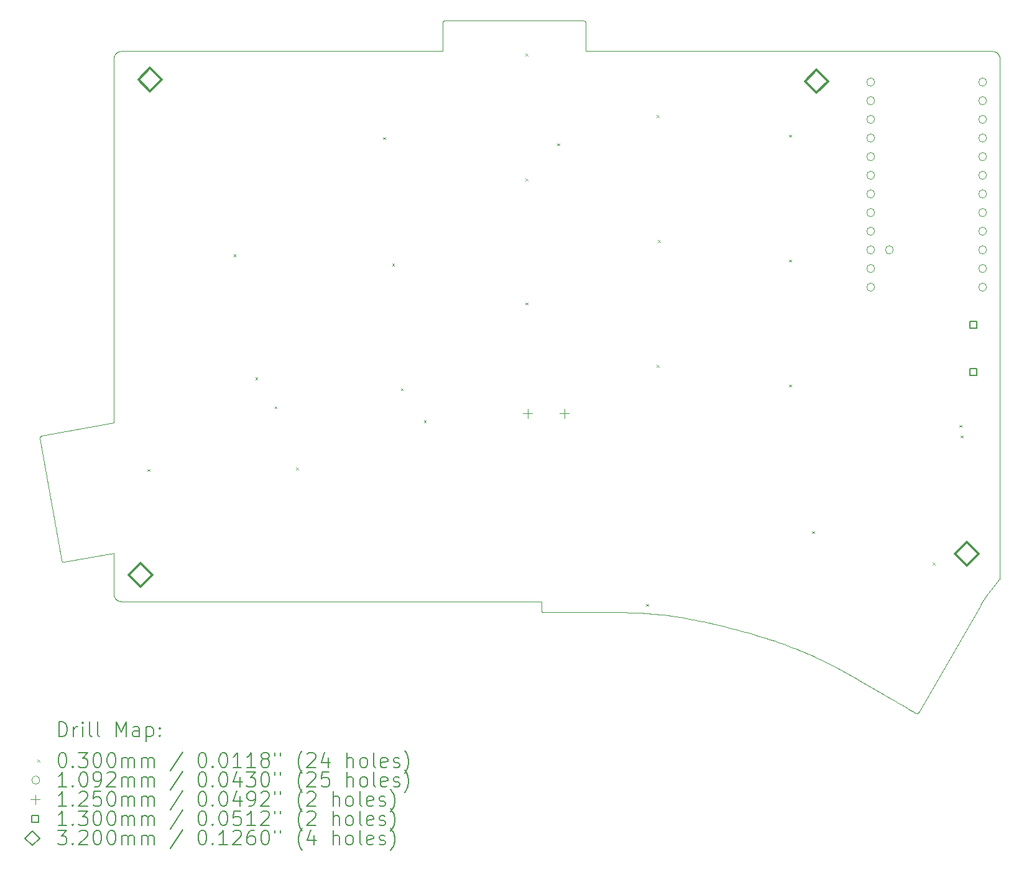
<source format=gbr>
%TF.GenerationSoftware,KiCad,Pcbnew,8.0.4*%
%TF.CreationDate,2024-08-09T12:36:02+02:00*%
%TF.ProjectId,totem_0_3,746f7465-6d5f-4305-9f33-2e6b69636164,0.3*%
%TF.SameCoordinates,Original*%
%TF.FileFunction,Drillmap*%
%TF.FilePolarity,Positive*%
%FSLAX45Y45*%
G04 Gerber Fmt 4.5, Leading zero omitted, Abs format (unit mm)*
G04 Created by KiCad (PCBNEW 8.0.4) date 2024-08-09 12:36:02*
%MOMM*%
%LPD*%
G01*
G04 APERTURE LIST*
%ADD10C,0.010000*%
%ADD11C,0.100000*%
%ADD12C,0.200000*%
%ADD13C,0.109220*%
%ADD14C,0.125000*%
%ADD15C,0.130000*%
%ADD16C,0.320000*%
G04 APERTURE END LIST*
D10*
X9057973Y-30459630D02*
X9733895Y-30340391D01*
X14210384Y-23115150D02*
X14210384Y-23501089D01*
X9833732Y-30994794D02*
X15556846Y-30994794D01*
X16160350Y-23501089D02*
X16160350Y-23115150D01*
X16130463Y-23085517D02*
X16120663Y-23085517D01*
X16101034Y-23085517D01*
X16072242Y-23085517D01*
X16034950Y-23085517D01*
X15989825Y-23085517D01*
X15937530Y-23085517D01*
X15878732Y-23085517D01*
X15814094Y-23085517D01*
X15744282Y-23085517D01*
X15669962Y-23085517D01*
X15591797Y-23085517D01*
X15510453Y-23085517D01*
X15426595Y-23085517D01*
X15340887Y-23085517D01*
X15253996Y-23085517D01*
X15166585Y-23085517D01*
X15079320Y-23085517D01*
X14992866Y-23085517D01*
X14907887Y-23085517D01*
X14825049Y-23085517D01*
X14745017Y-23085517D01*
X14668455Y-23085517D01*
X14596029Y-23085517D01*
X14528403Y-23085517D01*
X14466243Y-23085517D01*
X14410214Y-23085517D01*
X14360980Y-23085517D01*
X14319207Y-23085517D01*
X14285558Y-23085517D01*
X14260701Y-23085517D01*
X14245299Y-23085517D01*
X14240017Y-23085517D01*
X14240017Y-23085517D02*
X14238504Y-23085556D01*
X14237010Y-23085672D01*
X14235536Y-23085862D01*
X14234084Y-23086125D01*
X14232657Y-23086459D01*
X14231256Y-23086861D01*
X14229883Y-23087331D01*
X14228540Y-23087865D01*
X14227230Y-23088463D01*
X14225953Y-23089122D01*
X14224712Y-23089840D01*
X14223509Y-23090615D01*
X14222346Y-23091445D01*
X14221225Y-23092329D01*
X14220147Y-23093264D01*
X14219115Y-23094249D01*
X14218130Y-23095281D01*
X14217195Y-23096358D01*
X14216311Y-23097480D01*
X14215481Y-23098643D01*
X14214706Y-23099846D01*
X14213988Y-23101087D01*
X14213329Y-23102364D01*
X14212732Y-23103674D01*
X14212197Y-23105017D01*
X14211728Y-23106390D01*
X14211325Y-23107791D01*
X14210991Y-23109218D01*
X14210728Y-23110669D01*
X14210538Y-23112143D01*
X14210423Y-23113638D01*
X14210384Y-23115150D01*
X21798086Y-24924025D02*
X21798086Y-24919654D01*
X21798086Y-24908089D01*
X21798086Y-24889810D01*
X21798086Y-24865297D01*
X21798086Y-24835032D01*
X21798086Y-24799497D01*
X21798086Y-24759170D01*
X21798086Y-24714535D01*
X21798086Y-24666071D01*
X21798086Y-24614259D01*
X21798086Y-24559581D01*
X21798086Y-24502517D01*
X21798086Y-24443549D01*
X21798086Y-24383157D01*
X21798086Y-24321822D01*
X21798086Y-24260026D01*
X21798086Y-24198248D01*
X21798086Y-24136971D01*
X21798086Y-24076674D01*
X21798086Y-24017840D01*
X21798086Y-23960949D01*
X21798086Y-23906481D01*
X21798086Y-23854918D01*
X21798086Y-23806741D01*
X21798086Y-23762431D01*
X21798086Y-23722468D01*
X21798086Y-23687334D01*
X21798086Y-23657510D01*
X21798086Y-23633476D01*
X21798086Y-23615713D01*
X21798086Y-23604703D01*
X21798086Y-23600926D01*
X21797386Y-30693168D02*
X21797737Y-29164025D01*
X15586479Y-31145077D02*
X15597179Y-31145077D01*
X15609404Y-31145077D01*
X15623106Y-31145077D01*
X15638237Y-31145077D01*
X15654747Y-31145077D01*
X15672590Y-31145077D01*
X15691716Y-31145077D01*
X15712079Y-31145077D01*
X15733629Y-31145077D01*
X15756318Y-31145077D01*
X15780098Y-31145077D01*
X15804921Y-31145077D01*
X15830739Y-31145077D01*
X15857504Y-31145077D01*
X15885167Y-31145077D01*
X15913680Y-31145077D01*
X15942995Y-31145077D01*
X15973064Y-31145077D01*
X16003839Y-31145077D01*
X16035271Y-31145077D01*
X16067313Y-31145077D01*
X16099915Y-31145077D01*
X16133031Y-31145077D01*
X16166611Y-31145077D01*
X16200607Y-31145077D01*
X16234972Y-31145077D01*
X16269657Y-31145077D01*
X16304614Y-31145077D01*
X16339795Y-31145077D01*
X16375151Y-31145077D01*
X16410635Y-31145077D01*
X16446198Y-31145077D01*
D11*
X21797946Y-30693488D02*
G75*
G02*
X21732933Y-30781385I-404184J230964D01*
G01*
D10*
X16446198Y-31145077D02*
X16487884Y-31145085D01*
X16529653Y-31145135D01*
X16571582Y-31145272D01*
X16613754Y-31145538D01*
X16656247Y-31145978D01*
X16699141Y-31146633D01*
X16742516Y-31147548D01*
X16786453Y-31148765D01*
X16831030Y-31150328D01*
X16876327Y-31152280D01*
X16922425Y-31154664D01*
X16969404Y-31157523D01*
X17017342Y-31160901D01*
X17066321Y-31164841D01*
X17116419Y-31169386D01*
X17167717Y-31174579D01*
X17220295Y-31180463D01*
X17274231Y-31187082D01*
X17329608Y-31194479D01*
X17386503Y-31202697D01*
X17444997Y-31211779D01*
X17505169Y-31221769D01*
X17567101Y-31232709D01*
X17630870Y-31244644D01*
X17696558Y-31257615D01*
X17764244Y-31271667D01*
X17834008Y-31286842D01*
X17905929Y-31303185D01*
X17980089Y-31320737D01*
X18056565Y-31339542D01*
X18135439Y-31359644D01*
X18216790Y-31381086D01*
D11*
X21541722Y-31041361D02*
G75*
G02*
X21732934Y-30781387I1591940J-970573D01*
G01*
D10*
X15556846Y-30994794D02*
X15556846Y-31115444D01*
X15556846Y-31115444D02*
X15556884Y-31116957D01*
X15556996Y-31118451D01*
X15557182Y-31119925D01*
X15557439Y-31121377D01*
X15557765Y-31122804D01*
X15558160Y-31124205D01*
X15558620Y-31125578D01*
X15559144Y-31126920D01*
X15559731Y-31128231D01*
X15560379Y-31129508D01*
X15561086Y-31130749D01*
X15561850Y-31131952D01*
X15562670Y-31133115D01*
X15563543Y-31134236D01*
X15564469Y-31135314D01*
X15565445Y-31136346D01*
X15566469Y-31137331D01*
X15567540Y-31138266D01*
X15568657Y-31139150D01*
X15569816Y-31139980D01*
X15571018Y-31140755D01*
X15572259Y-31141473D01*
X15573538Y-31142132D01*
X15574854Y-31142729D01*
X15576204Y-31143264D01*
X15577587Y-31143733D01*
X15579002Y-31144136D01*
X15580445Y-31144470D01*
X15581917Y-31144733D01*
X15583414Y-31144923D01*
X15584935Y-31145038D01*
X15586479Y-31145077D01*
X21798086Y-24924025D02*
X21797737Y-29164025D01*
X9733896Y-28563450D02*
X8754232Y-28736311D01*
X9833732Y-23501089D02*
X9828572Y-23501220D01*
X9823483Y-23501606D01*
X9818470Y-23502242D01*
X9813540Y-23503122D01*
X9808698Y-23504239D01*
X9803951Y-23505587D01*
X9799305Y-23507159D01*
X9794766Y-23508950D01*
X9790340Y-23510952D01*
X9786034Y-23513160D01*
X9781853Y-23515567D01*
X9777803Y-23518167D01*
X9773891Y-23520954D01*
X9770123Y-23523921D01*
X9766506Y-23527062D01*
X9763044Y-23530370D01*
X9759744Y-23533840D01*
X9756613Y-23537464D01*
X9753656Y-23541237D01*
X9750880Y-23545152D01*
X9748291Y-23549203D01*
X9745895Y-23553384D01*
X9743698Y-23557688D01*
X9741706Y-23562109D01*
X9739926Y-23566641D01*
X9738363Y-23571276D01*
X9737023Y-23576010D01*
X9735914Y-23580835D01*
X9735040Y-23585746D01*
X9734408Y-23590735D01*
X9734025Y-23595797D01*
X9733895Y-23600926D01*
X21698250Y-23501089D02*
X21611978Y-23501089D01*
X21504221Y-23501089D01*
X21376567Y-23501089D01*
X21230606Y-23501089D01*
X21067925Y-23501089D01*
X20890114Y-23501089D01*
X20698760Y-23501089D01*
X20495453Y-23501089D01*
X20281781Y-23501089D01*
X20059333Y-23501089D01*
X19829697Y-23501089D01*
X19594461Y-23501089D01*
X19355215Y-23501089D01*
X19113547Y-23501089D01*
X18871046Y-23501089D01*
X18629300Y-23501089D01*
X18389898Y-23501089D01*
X18154427Y-23501089D01*
X17924478Y-23501089D01*
X17701639Y-23501089D01*
X17487497Y-23501089D01*
X17283642Y-23501089D01*
X17091663Y-23501089D01*
X16913147Y-23501089D01*
X16749683Y-23501089D01*
X16602861Y-23501089D01*
X16474269Y-23501089D01*
X16365494Y-23501089D01*
X16278126Y-23501089D01*
X16213754Y-23501089D01*
X16173966Y-23501089D01*
X16160350Y-23501089D01*
X9023754Y-30435642D02*
X9024054Y-30437146D01*
X9024425Y-30438616D01*
X9024864Y-30440051D01*
X9025369Y-30441447D01*
X9025938Y-30442805D01*
X9026569Y-30444123D01*
X9027260Y-30445400D01*
X9028009Y-30446633D01*
X9028814Y-30447822D01*
X9029672Y-30448965D01*
X9030582Y-30450060D01*
X9031542Y-30451107D01*
X9032550Y-30452104D01*
X9033602Y-30453050D01*
X9034699Y-30453942D01*
X9035836Y-30454780D01*
X9037013Y-30455562D01*
X9038227Y-30456287D01*
X9039476Y-30456953D01*
X9040759Y-30457560D01*
X9042072Y-30458104D01*
X9043414Y-30458586D01*
X9044783Y-30459003D01*
X9046177Y-30459355D01*
X9047594Y-30459640D01*
X9049031Y-30459855D01*
X9050487Y-30460001D01*
X9051959Y-30460076D01*
X9053446Y-30460077D01*
X9054945Y-30460004D01*
X9056455Y-30459856D01*
X9057973Y-30459630D01*
X20696113Y-32505742D02*
X21541722Y-31041361D01*
X8754232Y-28736311D02*
X8752727Y-28736611D01*
X8751257Y-28736982D01*
X8749823Y-28737421D01*
X8748426Y-28737926D01*
X8747068Y-28738495D01*
X8745750Y-28739126D01*
X8744474Y-28739817D01*
X8743240Y-28740566D01*
X8742051Y-28741371D01*
X8740908Y-28742229D01*
X8739813Y-28743140D01*
X8738766Y-28744099D01*
X8737769Y-28745107D01*
X8736824Y-28746160D01*
X8735931Y-28747256D01*
X8735093Y-28748393D01*
X8734311Y-28749570D01*
X8733586Y-28750784D01*
X8732920Y-28752034D01*
X8732314Y-28753316D01*
X8731769Y-28754629D01*
X8731287Y-28755971D01*
X8730870Y-28757340D01*
X8730518Y-28758734D01*
X8730234Y-28760151D01*
X8730018Y-28761588D01*
X8729872Y-28763044D01*
X8729797Y-28764517D01*
X8729796Y-28766004D01*
X8729869Y-28767503D01*
X8730017Y-28769012D01*
X8730243Y-28770530D01*
X8730243Y-28770530D02*
X9023754Y-30435642D01*
X14210384Y-23501089D02*
X14202228Y-23501089D01*
X14169471Y-23501089D01*
X14113745Y-23501089D01*
X14036680Y-23501089D01*
X13939905Y-23501089D01*
X13825050Y-23501089D01*
X13693747Y-23501089D01*
X13547625Y-23501089D01*
X13388315Y-23501089D01*
X13217447Y-23501089D01*
X13036650Y-23501089D01*
X12847556Y-23501089D01*
X12651795Y-23501089D01*
X12450996Y-23501089D01*
X12246790Y-23501089D01*
X12040807Y-23501089D01*
X11834678Y-23501089D01*
X11630033Y-23501089D01*
X11428502Y-23501089D01*
X11231715Y-23501089D01*
X11041303Y-23501089D01*
X10858895Y-23501089D01*
X10686122Y-23501089D01*
X10524615Y-23501089D01*
X10376003Y-23501089D01*
X10241916Y-23501089D01*
X10123986Y-23501089D01*
X10023842Y-23501089D01*
X9943114Y-23501089D01*
X9883433Y-23501089D01*
X9846429Y-23501089D01*
X9833732Y-23501089D01*
X21798086Y-23600926D02*
X21797955Y-23595766D01*
X21797569Y-23590677D01*
X21796933Y-23585664D01*
X21796053Y-23580734D01*
X21794936Y-23575892D01*
X21793588Y-23571145D01*
X21792016Y-23566499D01*
X21790225Y-23561960D01*
X21788223Y-23557534D01*
X21786015Y-23553228D01*
X21783608Y-23549047D01*
X21781008Y-23544997D01*
X21778221Y-23541085D01*
X21775254Y-23537317D01*
X21772114Y-23533699D01*
X21768805Y-23530238D01*
X21765336Y-23526938D01*
X21761711Y-23523807D01*
X21757938Y-23520850D01*
X21754023Y-23518074D01*
X21749972Y-23515485D01*
X21745791Y-23513089D01*
X21741487Y-23510892D01*
X21737066Y-23508900D01*
X21732535Y-23507120D01*
X21727899Y-23505557D01*
X21723166Y-23504217D01*
X21718340Y-23503108D01*
X21713430Y-23502234D01*
X21708440Y-23501602D01*
X21703378Y-23501219D01*
X21698250Y-23501089D01*
X19889663Y-32074294D02*
X19918555Y-32090984D01*
X19947711Y-32107826D01*
X19977073Y-32124787D01*
X20006582Y-32141833D01*
X20036180Y-32158930D01*
X20065809Y-32176044D01*
X20095411Y-32193142D01*
X20124927Y-32210191D01*
X20154299Y-32227155D01*
X20183468Y-32244002D01*
X20212376Y-32260698D01*
X20240965Y-32277209D01*
X20269177Y-32293501D01*
X20296953Y-32309541D01*
X20324235Y-32325295D01*
X20350964Y-32340729D01*
X20377082Y-32355810D01*
X20402532Y-32370504D01*
X20427253Y-32384777D01*
X20451189Y-32398595D01*
X20474281Y-32411924D01*
X20496470Y-32424732D01*
X20517699Y-32436984D01*
X20537909Y-32448646D01*
X20557041Y-32459686D01*
X20575037Y-32470068D01*
X20591839Y-32479760D01*
X20607388Y-32488727D01*
X20621627Y-32496936D01*
X20634497Y-32504353D01*
X20645940Y-32510945D01*
X20655896Y-32516678D01*
X9733895Y-23600926D02*
X9733896Y-28563450D01*
X9733895Y-30894958D02*
X9734026Y-30900117D01*
X9734412Y-30905207D01*
X9735048Y-30910219D01*
X9735928Y-30915150D01*
X9737045Y-30919992D01*
X9738393Y-30924739D01*
X9739965Y-30929385D01*
X9741756Y-30933924D01*
X9743758Y-30938349D01*
X9745966Y-30942656D01*
X9748373Y-30946837D01*
X9750973Y-30950886D01*
X9753760Y-30954798D01*
X9756727Y-30958566D01*
X9759868Y-30962184D01*
X9763176Y-30965646D01*
X9766645Y-30968945D01*
X9770270Y-30972077D01*
X9774043Y-30975033D01*
X9777958Y-30977809D01*
X9782009Y-30980398D01*
X9786190Y-30982794D01*
X9790494Y-30984991D01*
X9794915Y-30986983D01*
X9799446Y-30988764D01*
X9804082Y-30990327D01*
X9808816Y-30991666D01*
X9813641Y-30992776D01*
X9818552Y-30993649D01*
X9823541Y-30994281D01*
X9828603Y-30994665D01*
X9833732Y-30994794D01*
X18216790Y-31381086D02*
X18297999Y-31403190D01*
X18376452Y-31425252D01*
X18452239Y-31447274D01*
X18525449Y-31469256D01*
X18596169Y-31491200D01*
X18664490Y-31513108D01*
X18730500Y-31534980D01*
X18794287Y-31556819D01*
X18855942Y-31578625D01*
X18915552Y-31600399D01*
X18973207Y-31622144D01*
X19028995Y-31643861D01*
X19083006Y-31665550D01*
X19135327Y-31687213D01*
X19186049Y-31708852D01*
X19235260Y-31730468D01*
X19283049Y-31752063D01*
X19329504Y-31773637D01*
X19374715Y-31795191D01*
X19418771Y-31816729D01*
X19461759Y-31838250D01*
X19503771Y-31859756D01*
X19544893Y-31881248D01*
X19585216Y-31902729D01*
X19624827Y-31924198D01*
X19663816Y-31945658D01*
X19702272Y-31967110D01*
X19740284Y-31988555D01*
X19777939Y-32009994D01*
X19815329Y-32031430D01*
X19852540Y-32052863D01*
X19889663Y-32074294D01*
X20655896Y-32516678D02*
X20657230Y-32517400D01*
X20658584Y-32518047D01*
X20659956Y-32518619D01*
X20661343Y-32519116D01*
X20662742Y-32519540D01*
X20664152Y-32519891D01*
X20665570Y-32520169D01*
X20666992Y-32520376D01*
X20668417Y-32520513D01*
X20669842Y-32520579D01*
X20671265Y-32520576D01*
X20672683Y-32520504D01*
X20674093Y-32520364D01*
X20675493Y-32520157D01*
X20676881Y-32519883D01*
X20678253Y-32519544D01*
X20679609Y-32519140D01*
X20680944Y-32518671D01*
X20682256Y-32518138D01*
X20683543Y-32517542D01*
X20684803Y-32516885D01*
X20686032Y-32516165D01*
X20687229Y-32515385D01*
X20688391Y-32514545D01*
X20689514Y-32513645D01*
X20690598Y-32512686D01*
X20691639Y-32511670D01*
X20692634Y-32510596D01*
X20693582Y-32509465D01*
X20694479Y-32508279D01*
X20695324Y-32507038D01*
X20696113Y-32505742D01*
X9733895Y-30340391D02*
X9733895Y-30894958D01*
X16160350Y-23115150D02*
X16160311Y-23113638D01*
X16160195Y-23112143D01*
X16160005Y-23110669D01*
X16159742Y-23109218D01*
X16159408Y-23107791D01*
X16159006Y-23106390D01*
X16158536Y-23105017D01*
X16158002Y-23103674D01*
X16157404Y-23102363D01*
X16156745Y-23101087D01*
X16156028Y-23099846D01*
X16155253Y-23098643D01*
X16154422Y-23097480D01*
X16153538Y-23096358D01*
X16152603Y-23095280D01*
X16151619Y-23094248D01*
X16150586Y-23093264D01*
X16149509Y-23092328D01*
X16148387Y-23091445D01*
X16147224Y-23090614D01*
X16146021Y-23089839D01*
X16144780Y-23089121D01*
X16143504Y-23088463D01*
X16142193Y-23087865D01*
X16140850Y-23087331D01*
X16139477Y-23086861D01*
X16138076Y-23086459D01*
X16136649Y-23086125D01*
X16135198Y-23085862D01*
X16133724Y-23085672D01*
X16132229Y-23085556D01*
X16130717Y-23085517D01*
D12*
D11*
X10191581Y-29194579D02*
X10221581Y-29224579D01*
X10221581Y-29194579D02*
X10191581Y-29224579D01*
X11365846Y-26266486D02*
X11395846Y-26296486D01*
X11395846Y-26266486D02*
X11365846Y-26296486D01*
X11661361Y-27942432D02*
X11691361Y-27972432D01*
X11691361Y-27942432D02*
X11661361Y-27972432D01*
X11925200Y-28336600D02*
X11955200Y-28366600D01*
X11955200Y-28336600D02*
X11925200Y-28366600D01*
X12215303Y-29170356D02*
X12245303Y-29200356D01*
X12245303Y-29170356D02*
X12215303Y-29200356D01*
X13404111Y-24673033D02*
X13434111Y-24703033D01*
X13434111Y-24673033D02*
X13404111Y-24703033D01*
X13524595Y-26396026D02*
X13554595Y-26426026D01*
X13554595Y-26396026D02*
X13524595Y-26426026D01*
X13643306Y-28093680D02*
X13673306Y-28123680D01*
X13673306Y-28093680D02*
X13643306Y-28123680D01*
X13957200Y-28527100D02*
X13987200Y-28557100D01*
X13987200Y-28527100D02*
X13957200Y-28557100D01*
X15338974Y-23533092D02*
X15368974Y-23563092D01*
X15368974Y-23533092D02*
X15338974Y-23563092D01*
X15338974Y-25234892D02*
X15368974Y-25264892D01*
X15368974Y-25234892D02*
X15338974Y-25264892D01*
X15338974Y-26923992D02*
X15368974Y-26953992D01*
X15368974Y-26923992D02*
X15338974Y-26953992D01*
X15773300Y-24755200D02*
X15803300Y-24785200D01*
X15803300Y-24755200D02*
X15773300Y-24785200D01*
X16983296Y-31032024D02*
X17013296Y-31062024D01*
X17013296Y-31032024D02*
X16983296Y-31062024D01*
X17129675Y-24371292D02*
X17159675Y-24401292D01*
X17159675Y-24371292D02*
X17129675Y-24401292D01*
X17129675Y-27774892D02*
X17159675Y-27804892D01*
X17159675Y-27774892D02*
X17129675Y-27804892D01*
X17142374Y-26073092D02*
X17172374Y-26103092D01*
X17172374Y-26073092D02*
X17142374Y-26103092D01*
X18932045Y-24636918D02*
X18962045Y-24666918D01*
X18962045Y-24636918D02*
X18932045Y-24666918D01*
X18933074Y-26339792D02*
X18963074Y-26369792D01*
X18963074Y-26339792D02*
X18933074Y-26369792D01*
X18933074Y-28041592D02*
X18963074Y-28071592D01*
X18963074Y-28041592D02*
X18933074Y-28071592D01*
X19243896Y-30039562D02*
X19273896Y-30069562D01*
X19273896Y-30039562D02*
X19243896Y-30069562D01*
X20884575Y-30469678D02*
X20914575Y-30499678D01*
X20914575Y-30469678D02*
X20884575Y-30499678D01*
X21250496Y-28593394D02*
X21280496Y-28623394D01*
X21280496Y-28593394D02*
X21250496Y-28623394D01*
X21267320Y-28737640D02*
X21297320Y-28767640D01*
X21297320Y-28737640D02*
X21267320Y-28767640D01*
D13*
X20096673Y-24936894D02*
G75*
G02*
X19987453Y-24936894I-54610J0D01*
G01*
X19987453Y-24936894D02*
G75*
G02*
X20096673Y-24936894I54610J0D01*
G01*
X20096673Y-23920894D02*
G75*
G02*
X19987453Y-23920894I-54610J0D01*
G01*
X19987453Y-23920894D02*
G75*
G02*
X20096673Y-23920894I54610J0D01*
G01*
X20096673Y-24174894D02*
G75*
G02*
X19987453Y-24174894I-54610J0D01*
G01*
X19987453Y-24174894D02*
G75*
G02*
X20096673Y-24174894I54610J0D01*
G01*
X20096673Y-24428894D02*
G75*
G02*
X19987453Y-24428894I-54610J0D01*
G01*
X19987453Y-24428894D02*
G75*
G02*
X20096673Y-24428894I54610J0D01*
G01*
X20096673Y-24682894D02*
G75*
G02*
X19987453Y-24682894I-54610J0D01*
G01*
X19987453Y-24682894D02*
G75*
G02*
X20096673Y-24682894I54610J0D01*
G01*
X20096673Y-25190894D02*
G75*
G02*
X19987453Y-25190894I-54610J0D01*
G01*
X19987453Y-25190894D02*
G75*
G02*
X20096673Y-25190894I54610J0D01*
G01*
X20096673Y-25444894D02*
G75*
G02*
X19987453Y-25444894I-54610J0D01*
G01*
X19987453Y-25444894D02*
G75*
G02*
X20096673Y-25444894I54610J0D01*
G01*
X20096673Y-25698894D02*
G75*
G02*
X19987453Y-25698894I-54610J0D01*
G01*
X19987453Y-25698894D02*
G75*
G02*
X20096673Y-25698894I54610J0D01*
G01*
X20096673Y-25952894D02*
G75*
G02*
X19987453Y-25952894I-54610J0D01*
G01*
X19987453Y-25952894D02*
G75*
G02*
X20096673Y-25952894I54610J0D01*
G01*
X20096673Y-26206894D02*
G75*
G02*
X19987453Y-26206894I-54610J0D01*
G01*
X19987453Y-26206894D02*
G75*
G02*
X20096673Y-26206894I54610J0D01*
G01*
X20096673Y-26460894D02*
G75*
G02*
X19987453Y-26460894I-54610J0D01*
G01*
X19987453Y-26460894D02*
G75*
G02*
X20096673Y-26460894I54610J0D01*
G01*
X20096673Y-26714894D02*
G75*
G02*
X19987453Y-26714894I-54610J0D01*
G01*
X19987453Y-26714894D02*
G75*
G02*
X20096673Y-26714894I54610J0D01*
G01*
X20350673Y-26206894D02*
G75*
G02*
X20241453Y-26206894I-54610J0D01*
G01*
X20241453Y-26206894D02*
G75*
G02*
X20350673Y-26206894I54610J0D01*
G01*
X21620673Y-23920894D02*
G75*
G02*
X21511453Y-23920894I-54610J0D01*
G01*
X21511453Y-23920894D02*
G75*
G02*
X21620673Y-23920894I54610J0D01*
G01*
X21620673Y-24174894D02*
G75*
G02*
X21511453Y-24174894I-54610J0D01*
G01*
X21511453Y-24174894D02*
G75*
G02*
X21620673Y-24174894I54610J0D01*
G01*
X21620673Y-24428894D02*
G75*
G02*
X21511453Y-24428894I-54610J0D01*
G01*
X21511453Y-24428894D02*
G75*
G02*
X21620673Y-24428894I54610J0D01*
G01*
X21620673Y-24682894D02*
G75*
G02*
X21511453Y-24682894I-54610J0D01*
G01*
X21511453Y-24682894D02*
G75*
G02*
X21620673Y-24682894I54610J0D01*
G01*
X21620673Y-24936894D02*
G75*
G02*
X21511453Y-24936894I-54610J0D01*
G01*
X21511453Y-24936894D02*
G75*
G02*
X21620673Y-24936894I54610J0D01*
G01*
X21620673Y-25190894D02*
G75*
G02*
X21511453Y-25190894I-54610J0D01*
G01*
X21511453Y-25190894D02*
G75*
G02*
X21620673Y-25190894I54610J0D01*
G01*
X21620673Y-25444894D02*
G75*
G02*
X21511453Y-25444894I-54610J0D01*
G01*
X21511453Y-25444894D02*
G75*
G02*
X21620673Y-25444894I54610J0D01*
G01*
X21620673Y-25952894D02*
G75*
G02*
X21511453Y-25952894I-54610J0D01*
G01*
X21511453Y-25952894D02*
G75*
G02*
X21620673Y-25952894I54610J0D01*
G01*
X21620673Y-26206894D02*
G75*
G02*
X21511453Y-26206894I-54610J0D01*
G01*
X21511453Y-26206894D02*
G75*
G02*
X21620673Y-26206894I54610J0D01*
G01*
X21620673Y-26460894D02*
G75*
G02*
X21511453Y-26460894I-54610J0D01*
G01*
X21511453Y-26460894D02*
G75*
G02*
X21620673Y-26460894I54610J0D01*
G01*
X21620673Y-26714894D02*
G75*
G02*
X21511453Y-26714894I-54610J0D01*
G01*
X21511453Y-26714894D02*
G75*
G02*
X21620673Y-26714894I54610J0D01*
G01*
X21620673Y-25698894D02*
G75*
G02*
X21511453Y-25698894I-54610J0D01*
G01*
X21511453Y-25698894D02*
G75*
G02*
X21620673Y-25698894I54610J0D01*
G01*
D14*
X15370695Y-28373089D02*
X15370695Y-28498089D01*
X15308195Y-28435589D02*
X15433195Y-28435589D01*
X15870695Y-28373089D02*
X15870695Y-28498089D01*
X15808195Y-28435589D02*
X15933195Y-28435589D01*
D15*
X21485762Y-27269922D02*
X21485762Y-27177998D01*
X21393838Y-27177998D01*
X21393838Y-27269922D01*
X21485762Y-27269922D01*
X21485762Y-27919922D02*
X21485762Y-27827998D01*
X21393838Y-27827998D01*
X21393838Y-27919922D01*
X21485762Y-27919922D01*
D16*
X10100696Y-30797024D02*
X10260696Y-30637024D01*
X10100696Y-30477024D01*
X9940696Y-30637024D01*
X10100696Y-30797024D01*
X10229018Y-24048430D02*
X10389018Y-23888430D01*
X10229018Y-23728430D01*
X10069018Y-23888430D01*
X10229018Y-24048430D01*
X19305463Y-24068194D02*
X19465463Y-23908194D01*
X19305463Y-23748194D01*
X19145463Y-23908194D01*
X19305463Y-24068194D01*
X21350900Y-30505500D02*
X21510900Y-30345500D01*
X21350900Y-30185500D01*
X21190900Y-30345500D01*
X21350900Y-30505500D01*
D12*
X8987697Y-32836776D02*
X8987697Y-32636776D01*
X8987697Y-32636776D02*
X9035316Y-32636776D01*
X9035316Y-32636776D02*
X9063888Y-32646299D01*
X9063888Y-32646299D02*
X9082935Y-32665347D01*
X9082935Y-32665347D02*
X9092459Y-32684395D01*
X9092459Y-32684395D02*
X9101983Y-32722490D01*
X9101983Y-32722490D02*
X9101983Y-32751061D01*
X9101983Y-32751061D02*
X9092459Y-32789157D01*
X9092459Y-32789157D02*
X9082935Y-32808204D01*
X9082935Y-32808204D02*
X9063888Y-32827252D01*
X9063888Y-32827252D02*
X9035316Y-32836776D01*
X9035316Y-32836776D02*
X8987697Y-32836776D01*
X9187697Y-32836776D02*
X9187697Y-32703442D01*
X9187697Y-32741538D02*
X9197221Y-32722490D01*
X9197221Y-32722490D02*
X9206745Y-32712966D01*
X9206745Y-32712966D02*
X9225792Y-32703442D01*
X9225792Y-32703442D02*
X9244840Y-32703442D01*
X9311507Y-32836776D02*
X9311507Y-32703442D01*
X9311507Y-32636776D02*
X9301983Y-32646299D01*
X9301983Y-32646299D02*
X9311507Y-32655823D01*
X9311507Y-32655823D02*
X9321031Y-32646299D01*
X9321031Y-32646299D02*
X9311507Y-32636776D01*
X9311507Y-32636776D02*
X9311507Y-32655823D01*
X9435316Y-32836776D02*
X9416269Y-32827252D01*
X9416269Y-32827252D02*
X9406745Y-32808204D01*
X9406745Y-32808204D02*
X9406745Y-32636776D01*
X9540078Y-32836776D02*
X9521031Y-32827252D01*
X9521031Y-32827252D02*
X9511507Y-32808204D01*
X9511507Y-32808204D02*
X9511507Y-32636776D01*
X9768650Y-32836776D02*
X9768650Y-32636776D01*
X9768650Y-32636776D02*
X9835316Y-32779633D01*
X9835316Y-32779633D02*
X9901983Y-32636776D01*
X9901983Y-32636776D02*
X9901983Y-32836776D01*
X10082935Y-32836776D02*
X10082935Y-32732014D01*
X10082935Y-32732014D02*
X10073412Y-32712966D01*
X10073412Y-32712966D02*
X10054364Y-32703442D01*
X10054364Y-32703442D02*
X10016269Y-32703442D01*
X10016269Y-32703442D02*
X9997221Y-32712966D01*
X10082935Y-32827252D02*
X10063888Y-32836776D01*
X10063888Y-32836776D02*
X10016269Y-32836776D01*
X10016269Y-32836776D02*
X9997221Y-32827252D01*
X9997221Y-32827252D02*
X9987697Y-32808204D01*
X9987697Y-32808204D02*
X9987697Y-32789157D01*
X9987697Y-32789157D02*
X9997221Y-32770109D01*
X9997221Y-32770109D02*
X10016269Y-32760585D01*
X10016269Y-32760585D02*
X10063888Y-32760585D01*
X10063888Y-32760585D02*
X10082935Y-32751061D01*
X10178173Y-32703442D02*
X10178173Y-32903442D01*
X10178173Y-32712966D02*
X10197221Y-32703442D01*
X10197221Y-32703442D02*
X10235316Y-32703442D01*
X10235316Y-32703442D02*
X10254364Y-32712966D01*
X10254364Y-32712966D02*
X10263888Y-32722490D01*
X10263888Y-32722490D02*
X10273412Y-32741538D01*
X10273412Y-32741538D02*
X10273412Y-32798680D01*
X10273412Y-32798680D02*
X10263888Y-32817728D01*
X10263888Y-32817728D02*
X10254364Y-32827252D01*
X10254364Y-32827252D02*
X10235316Y-32836776D01*
X10235316Y-32836776D02*
X10197221Y-32836776D01*
X10197221Y-32836776D02*
X10178173Y-32827252D01*
X10359126Y-32817728D02*
X10368650Y-32827252D01*
X10368650Y-32827252D02*
X10359126Y-32836776D01*
X10359126Y-32836776D02*
X10349602Y-32827252D01*
X10349602Y-32827252D02*
X10359126Y-32817728D01*
X10359126Y-32817728D02*
X10359126Y-32836776D01*
X10359126Y-32712966D02*
X10368650Y-32722490D01*
X10368650Y-32722490D02*
X10359126Y-32732014D01*
X10359126Y-32732014D02*
X10349602Y-32722490D01*
X10349602Y-32722490D02*
X10359126Y-32712966D01*
X10359126Y-32712966D02*
X10359126Y-32732014D01*
D11*
X8696920Y-33150292D02*
X8726920Y-33180292D01*
X8726920Y-33150292D02*
X8696920Y-33180292D01*
D12*
X9025792Y-33056776D02*
X9044840Y-33056776D01*
X9044840Y-33056776D02*
X9063888Y-33066299D01*
X9063888Y-33066299D02*
X9073412Y-33075823D01*
X9073412Y-33075823D02*
X9082935Y-33094871D01*
X9082935Y-33094871D02*
X9092459Y-33132966D01*
X9092459Y-33132966D02*
X9092459Y-33180585D01*
X9092459Y-33180585D02*
X9082935Y-33218680D01*
X9082935Y-33218680D02*
X9073412Y-33237728D01*
X9073412Y-33237728D02*
X9063888Y-33247252D01*
X9063888Y-33247252D02*
X9044840Y-33256776D01*
X9044840Y-33256776D02*
X9025792Y-33256776D01*
X9025792Y-33256776D02*
X9006745Y-33247252D01*
X9006745Y-33247252D02*
X8997221Y-33237728D01*
X8997221Y-33237728D02*
X8987697Y-33218680D01*
X8987697Y-33218680D02*
X8978173Y-33180585D01*
X8978173Y-33180585D02*
X8978173Y-33132966D01*
X8978173Y-33132966D02*
X8987697Y-33094871D01*
X8987697Y-33094871D02*
X8997221Y-33075823D01*
X8997221Y-33075823D02*
X9006745Y-33066299D01*
X9006745Y-33066299D02*
X9025792Y-33056776D01*
X9178173Y-33237728D02*
X9187697Y-33247252D01*
X9187697Y-33247252D02*
X9178173Y-33256776D01*
X9178173Y-33256776D02*
X9168650Y-33247252D01*
X9168650Y-33247252D02*
X9178173Y-33237728D01*
X9178173Y-33237728D02*
X9178173Y-33256776D01*
X9254364Y-33056776D02*
X9378173Y-33056776D01*
X9378173Y-33056776D02*
X9311507Y-33132966D01*
X9311507Y-33132966D02*
X9340078Y-33132966D01*
X9340078Y-33132966D02*
X9359126Y-33142490D01*
X9359126Y-33142490D02*
X9368650Y-33152014D01*
X9368650Y-33152014D02*
X9378173Y-33171061D01*
X9378173Y-33171061D02*
X9378173Y-33218680D01*
X9378173Y-33218680D02*
X9368650Y-33237728D01*
X9368650Y-33237728D02*
X9359126Y-33247252D01*
X9359126Y-33247252D02*
X9340078Y-33256776D01*
X9340078Y-33256776D02*
X9282935Y-33256776D01*
X9282935Y-33256776D02*
X9263888Y-33247252D01*
X9263888Y-33247252D02*
X9254364Y-33237728D01*
X9501983Y-33056776D02*
X9521031Y-33056776D01*
X9521031Y-33056776D02*
X9540078Y-33066299D01*
X9540078Y-33066299D02*
X9549602Y-33075823D01*
X9549602Y-33075823D02*
X9559126Y-33094871D01*
X9559126Y-33094871D02*
X9568650Y-33132966D01*
X9568650Y-33132966D02*
X9568650Y-33180585D01*
X9568650Y-33180585D02*
X9559126Y-33218680D01*
X9559126Y-33218680D02*
X9549602Y-33237728D01*
X9549602Y-33237728D02*
X9540078Y-33247252D01*
X9540078Y-33247252D02*
X9521031Y-33256776D01*
X9521031Y-33256776D02*
X9501983Y-33256776D01*
X9501983Y-33256776D02*
X9482935Y-33247252D01*
X9482935Y-33247252D02*
X9473412Y-33237728D01*
X9473412Y-33237728D02*
X9463888Y-33218680D01*
X9463888Y-33218680D02*
X9454364Y-33180585D01*
X9454364Y-33180585D02*
X9454364Y-33132966D01*
X9454364Y-33132966D02*
X9463888Y-33094871D01*
X9463888Y-33094871D02*
X9473412Y-33075823D01*
X9473412Y-33075823D02*
X9482935Y-33066299D01*
X9482935Y-33066299D02*
X9501983Y-33056776D01*
X9692459Y-33056776D02*
X9711507Y-33056776D01*
X9711507Y-33056776D02*
X9730554Y-33066299D01*
X9730554Y-33066299D02*
X9740078Y-33075823D01*
X9740078Y-33075823D02*
X9749602Y-33094871D01*
X9749602Y-33094871D02*
X9759126Y-33132966D01*
X9759126Y-33132966D02*
X9759126Y-33180585D01*
X9759126Y-33180585D02*
X9749602Y-33218680D01*
X9749602Y-33218680D02*
X9740078Y-33237728D01*
X9740078Y-33237728D02*
X9730554Y-33247252D01*
X9730554Y-33247252D02*
X9711507Y-33256776D01*
X9711507Y-33256776D02*
X9692459Y-33256776D01*
X9692459Y-33256776D02*
X9673412Y-33247252D01*
X9673412Y-33247252D02*
X9663888Y-33237728D01*
X9663888Y-33237728D02*
X9654364Y-33218680D01*
X9654364Y-33218680D02*
X9644840Y-33180585D01*
X9644840Y-33180585D02*
X9644840Y-33132966D01*
X9644840Y-33132966D02*
X9654364Y-33094871D01*
X9654364Y-33094871D02*
X9663888Y-33075823D01*
X9663888Y-33075823D02*
X9673412Y-33066299D01*
X9673412Y-33066299D02*
X9692459Y-33056776D01*
X9844840Y-33256776D02*
X9844840Y-33123442D01*
X9844840Y-33142490D02*
X9854364Y-33132966D01*
X9854364Y-33132966D02*
X9873412Y-33123442D01*
X9873412Y-33123442D02*
X9901983Y-33123442D01*
X9901983Y-33123442D02*
X9921031Y-33132966D01*
X9921031Y-33132966D02*
X9930554Y-33152014D01*
X9930554Y-33152014D02*
X9930554Y-33256776D01*
X9930554Y-33152014D02*
X9940078Y-33132966D01*
X9940078Y-33132966D02*
X9959126Y-33123442D01*
X9959126Y-33123442D02*
X9987697Y-33123442D01*
X9987697Y-33123442D02*
X10006745Y-33132966D01*
X10006745Y-33132966D02*
X10016269Y-33152014D01*
X10016269Y-33152014D02*
X10016269Y-33256776D01*
X10111507Y-33256776D02*
X10111507Y-33123442D01*
X10111507Y-33142490D02*
X10121031Y-33132966D01*
X10121031Y-33132966D02*
X10140078Y-33123442D01*
X10140078Y-33123442D02*
X10168650Y-33123442D01*
X10168650Y-33123442D02*
X10187697Y-33132966D01*
X10187697Y-33132966D02*
X10197221Y-33152014D01*
X10197221Y-33152014D02*
X10197221Y-33256776D01*
X10197221Y-33152014D02*
X10206745Y-33132966D01*
X10206745Y-33132966D02*
X10225793Y-33123442D01*
X10225793Y-33123442D02*
X10254364Y-33123442D01*
X10254364Y-33123442D02*
X10273412Y-33132966D01*
X10273412Y-33132966D02*
X10282935Y-33152014D01*
X10282935Y-33152014D02*
X10282935Y-33256776D01*
X10673412Y-33047252D02*
X10501983Y-33304395D01*
X10930555Y-33056776D02*
X10949602Y-33056776D01*
X10949602Y-33056776D02*
X10968650Y-33066299D01*
X10968650Y-33066299D02*
X10978174Y-33075823D01*
X10978174Y-33075823D02*
X10987697Y-33094871D01*
X10987697Y-33094871D02*
X10997221Y-33132966D01*
X10997221Y-33132966D02*
X10997221Y-33180585D01*
X10997221Y-33180585D02*
X10987697Y-33218680D01*
X10987697Y-33218680D02*
X10978174Y-33237728D01*
X10978174Y-33237728D02*
X10968650Y-33247252D01*
X10968650Y-33247252D02*
X10949602Y-33256776D01*
X10949602Y-33256776D02*
X10930555Y-33256776D01*
X10930555Y-33256776D02*
X10911507Y-33247252D01*
X10911507Y-33247252D02*
X10901983Y-33237728D01*
X10901983Y-33237728D02*
X10892459Y-33218680D01*
X10892459Y-33218680D02*
X10882936Y-33180585D01*
X10882936Y-33180585D02*
X10882936Y-33132966D01*
X10882936Y-33132966D02*
X10892459Y-33094871D01*
X10892459Y-33094871D02*
X10901983Y-33075823D01*
X10901983Y-33075823D02*
X10911507Y-33066299D01*
X10911507Y-33066299D02*
X10930555Y-33056776D01*
X11082936Y-33237728D02*
X11092459Y-33247252D01*
X11092459Y-33247252D02*
X11082936Y-33256776D01*
X11082936Y-33256776D02*
X11073412Y-33247252D01*
X11073412Y-33247252D02*
X11082936Y-33237728D01*
X11082936Y-33237728D02*
X11082936Y-33256776D01*
X11216269Y-33056776D02*
X11235316Y-33056776D01*
X11235316Y-33056776D02*
X11254364Y-33066299D01*
X11254364Y-33066299D02*
X11263888Y-33075823D01*
X11263888Y-33075823D02*
X11273412Y-33094871D01*
X11273412Y-33094871D02*
X11282935Y-33132966D01*
X11282935Y-33132966D02*
X11282935Y-33180585D01*
X11282935Y-33180585D02*
X11273412Y-33218680D01*
X11273412Y-33218680D02*
X11263888Y-33237728D01*
X11263888Y-33237728D02*
X11254364Y-33247252D01*
X11254364Y-33247252D02*
X11235316Y-33256776D01*
X11235316Y-33256776D02*
X11216269Y-33256776D01*
X11216269Y-33256776D02*
X11197221Y-33247252D01*
X11197221Y-33247252D02*
X11187697Y-33237728D01*
X11187697Y-33237728D02*
X11178174Y-33218680D01*
X11178174Y-33218680D02*
X11168650Y-33180585D01*
X11168650Y-33180585D02*
X11168650Y-33132966D01*
X11168650Y-33132966D02*
X11178174Y-33094871D01*
X11178174Y-33094871D02*
X11187697Y-33075823D01*
X11187697Y-33075823D02*
X11197221Y-33066299D01*
X11197221Y-33066299D02*
X11216269Y-33056776D01*
X11473412Y-33256776D02*
X11359126Y-33256776D01*
X11416269Y-33256776D02*
X11416269Y-33056776D01*
X11416269Y-33056776D02*
X11397221Y-33085347D01*
X11397221Y-33085347D02*
X11378174Y-33104395D01*
X11378174Y-33104395D02*
X11359126Y-33113918D01*
X11663888Y-33256776D02*
X11549602Y-33256776D01*
X11606745Y-33256776D02*
X11606745Y-33056776D01*
X11606745Y-33056776D02*
X11587697Y-33085347D01*
X11587697Y-33085347D02*
X11568650Y-33104395D01*
X11568650Y-33104395D02*
X11549602Y-33113918D01*
X11778174Y-33142490D02*
X11759126Y-33132966D01*
X11759126Y-33132966D02*
X11749602Y-33123442D01*
X11749602Y-33123442D02*
X11740078Y-33104395D01*
X11740078Y-33104395D02*
X11740078Y-33094871D01*
X11740078Y-33094871D02*
X11749602Y-33075823D01*
X11749602Y-33075823D02*
X11759126Y-33066299D01*
X11759126Y-33066299D02*
X11778174Y-33056776D01*
X11778174Y-33056776D02*
X11816269Y-33056776D01*
X11816269Y-33056776D02*
X11835316Y-33066299D01*
X11835316Y-33066299D02*
X11844840Y-33075823D01*
X11844840Y-33075823D02*
X11854364Y-33094871D01*
X11854364Y-33094871D02*
X11854364Y-33104395D01*
X11854364Y-33104395D02*
X11844840Y-33123442D01*
X11844840Y-33123442D02*
X11835316Y-33132966D01*
X11835316Y-33132966D02*
X11816269Y-33142490D01*
X11816269Y-33142490D02*
X11778174Y-33142490D01*
X11778174Y-33142490D02*
X11759126Y-33152014D01*
X11759126Y-33152014D02*
X11749602Y-33161538D01*
X11749602Y-33161538D02*
X11740078Y-33180585D01*
X11740078Y-33180585D02*
X11740078Y-33218680D01*
X11740078Y-33218680D02*
X11749602Y-33237728D01*
X11749602Y-33237728D02*
X11759126Y-33247252D01*
X11759126Y-33247252D02*
X11778174Y-33256776D01*
X11778174Y-33256776D02*
X11816269Y-33256776D01*
X11816269Y-33256776D02*
X11835316Y-33247252D01*
X11835316Y-33247252D02*
X11844840Y-33237728D01*
X11844840Y-33237728D02*
X11854364Y-33218680D01*
X11854364Y-33218680D02*
X11854364Y-33180585D01*
X11854364Y-33180585D02*
X11844840Y-33161538D01*
X11844840Y-33161538D02*
X11835316Y-33152014D01*
X11835316Y-33152014D02*
X11816269Y-33142490D01*
X11930555Y-33056776D02*
X11930555Y-33094871D01*
X12006745Y-33056776D02*
X12006745Y-33094871D01*
X12301983Y-33332966D02*
X12292459Y-33323442D01*
X12292459Y-33323442D02*
X12273412Y-33294871D01*
X12273412Y-33294871D02*
X12263888Y-33275823D01*
X12263888Y-33275823D02*
X12254364Y-33247252D01*
X12254364Y-33247252D02*
X12244840Y-33199633D01*
X12244840Y-33199633D02*
X12244840Y-33161538D01*
X12244840Y-33161538D02*
X12254364Y-33113918D01*
X12254364Y-33113918D02*
X12263888Y-33085347D01*
X12263888Y-33085347D02*
X12273412Y-33066299D01*
X12273412Y-33066299D02*
X12292459Y-33037728D01*
X12292459Y-33037728D02*
X12301983Y-33028204D01*
X12368650Y-33075823D02*
X12378174Y-33066299D01*
X12378174Y-33066299D02*
X12397221Y-33056776D01*
X12397221Y-33056776D02*
X12444840Y-33056776D01*
X12444840Y-33056776D02*
X12463888Y-33066299D01*
X12463888Y-33066299D02*
X12473412Y-33075823D01*
X12473412Y-33075823D02*
X12482936Y-33094871D01*
X12482936Y-33094871D02*
X12482936Y-33113918D01*
X12482936Y-33113918D02*
X12473412Y-33142490D01*
X12473412Y-33142490D02*
X12359126Y-33256776D01*
X12359126Y-33256776D02*
X12482936Y-33256776D01*
X12654364Y-33123442D02*
X12654364Y-33256776D01*
X12606745Y-33047252D02*
X12559126Y-33190109D01*
X12559126Y-33190109D02*
X12682936Y-33190109D01*
X12911507Y-33256776D02*
X12911507Y-33056776D01*
X12997221Y-33256776D02*
X12997221Y-33152014D01*
X12997221Y-33152014D02*
X12987698Y-33132966D01*
X12987698Y-33132966D02*
X12968650Y-33123442D01*
X12968650Y-33123442D02*
X12940078Y-33123442D01*
X12940078Y-33123442D02*
X12921031Y-33132966D01*
X12921031Y-33132966D02*
X12911507Y-33142490D01*
X13121031Y-33256776D02*
X13101983Y-33247252D01*
X13101983Y-33247252D02*
X13092459Y-33237728D01*
X13092459Y-33237728D02*
X13082936Y-33218680D01*
X13082936Y-33218680D02*
X13082936Y-33161538D01*
X13082936Y-33161538D02*
X13092459Y-33142490D01*
X13092459Y-33142490D02*
X13101983Y-33132966D01*
X13101983Y-33132966D02*
X13121031Y-33123442D01*
X13121031Y-33123442D02*
X13149602Y-33123442D01*
X13149602Y-33123442D02*
X13168650Y-33132966D01*
X13168650Y-33132966D02*
X13178174Y-33142490D01*
X13178174Y-33142490D02*
X13187698Y-33161538D01*
X13187698Y-33161538D02*
X13187698Y-33218680D01*
X13187698Y-33218680D02*
X13178174Y-33237728D01*
X13178174Y-33237728D02*
X13168650Y-33247252D01*
X13168650Y-33247252D02*
X13149602Y-33256776D01*
X13149602Y-33256776D02*
X13121031Y-33256776D01*
X13301983Y-33256776D02*
X13282936Y-33247252D01*
X13282936Y-33247252D02*
X13273412Y-33228204D01*
X13273412Y-33228204D02*
X13273412Y-33056776D01*
X13454364Y-33247252D02*
X13435317Y-33256776D01*
X13435317Y-33256776D02*
X13397221Y-33256776D01*
X13397221Y-33256776D02*
X13378174Y-33247252D01*
X13378174Y-33247252D02*
X13368650Y-33228204D01*
X13368650Y-33228204D02*
X13368650Y-33152014D01*
X13368650Y-33152014D02*
X13378174Y-33132966D01*
X13378174Y-33132966D02*
X13397221Y-33123442D01*
X13397221Y-33123442D02*
X13435317Y-33123442D01*
X13435317Y-33123442D02*
X13454364Y-33132966D01*
X13454364Y-33132966D02*
X13463888Y-33152014D01*
X13463888Y-33152014D02*
X13463888Y-33171061D01*
X13463888Y-33171061D02*
X13368650Y-33190109D01*
X13540079Y-33247252D02*
X13559126Y-33256776D01*
X13559126Y-33256776D02*
X13597221Y-33256776D01*
X13597221Y-33256776D02*
X13616269Y-33247252D01*
X13616269Y-33247252D02*
X13625793Y-33228204D01*
X13625793Y-33228204D02*
X13625793Y-33218680D01*
X13625793Y-33218680D02*
X13616269Y-33199633D01*
X13616269Y-33199633D02*
X13597221Y-33190109D01*
X13597221Y-33190109D02*
X13568650Y-33190109D01*
X13568650Y-33190109D02*
X13549602Y-33180585D01*
X13549602Y-33180585D02*
X13540079Y-33161538D01*
X13540079Y-33161538D02*
X13540079Y-33152014D01*
X13540079Y-33152014D02*
X13549602Y-33132966D01*
X13549602Y-33132966D02*
X13568650Y-33123442D01*
X13568650Y-33123442D02*
X13597221Y-33123442D01*
X13597221Y-33123442D02*
X13616269Y-33132966D01*
X13692460Y-33332966D02*
X13701983Y-33323442D01*
X13701983Y-33323442D02*
X13721031Y-33294871D01*
X13721031Y-33294871D02*
X13730555Y-33275823D01*
X13730555Y-33275823D02*
X13740079Y-33247252D01*
X13740079Y-33247252D02*
X13749602Y-33199633D01*
X13749602Y-33199633D02*
X13749602Y-33161538D01*
X13749602Y-33161538D02*
X13740079Y-33113918D01*
X13740079Y-33113918D02*
X13730555Y-33085347D01*
X13730555Y-33085347D02*
X13721031Y-33066299D01*
X13721031Y-33066299D02*
X13701983Y-33037728D01*
X13701983Y-33037728D02*
X13692460Y-33028204D01*
D13*
X8726920Y-33429292D02*
G75*
G02*
X8617700Y-33429292I-54610J0D01*
G01*
X8617700Y-33429292D02*
G75*
G02*
X8726920Y-33429292I54610J0D01*
G01*
D12*
X9092459Y-33520776D02*
X8978173Y-33520776D01*
X9035316Y-33520776D02*
X9035316Y-33320776D01*
X9035316Y-33320776D02*
X9016269Y-33349347D01*
X9016269Y-33349347D02*
X8997221Y-33368395D01*
X8997221Y-33368395D02*
X8978173Y-33377918D01*
X9178173Y-33501728D02*
X9187697Y-33511252D01*
X9187697Y-33511252D02*
X9178173Y-33520776D01*
X9178173Y-33520776D02*
X9168650Y-33511252D01*
X9168650Y-33511252D02*
X9178173Y-33501728D01*
X9178173Y-33501728D02*
X9178173Y-33520776D01*
X9311507Y-33320776D02*
X9330554Y-33320776D01*
X9330554Y-33320776D02*
X9349602Y-33330299D01*
X9349602Y-33330299D02*
X9359126Y-33339823D01*
X9359126Y-33339823D02*
X9368650Y-33358871D01*
X9368650Y-33358871D02*
X9378173Y-33396966D01*
X9378173Y-33396966D02*
X9378173Y-33444585D01*
X9378173Y-33444585D02*
X9368650Y-33482680D01*
X9368650Y-33482680D02*
X9359126Y-33501728D01*
X9359126Y-33501728D02*
X9349602Y-33511252D01*
X9349602Y-33511252D02*
X9330554Y-33520776D01*
X9330554Y-33520776D02*
X9311507Y-33520776D01*
X9311507Y-33520776D02*
X9292459Y-33511252D01*
X9292459Y-33511252D02*
X9282935Y-33501728D01*
X9282935Y-33501728D02*
X9273412Y-33482680D01*
X9273412Y-33482680D02*
X9263888Y-33444585D01*
X9263888Y-33444585D02*
X9263888Y-33396966D01*
X9263888Y-33396966D02*
X9273412Y-33358871D01*
X9273412Y-33358871D02*
X9282935Y-33339823D01*
X9282935Y-33339823D02*
X9292459Y-33330299D01*
X9292459Y-33330299D02*
X9311507Y-33320776D01*
X9473412Y-33520776D02*
X9511507Y-33520776D01*
X9511507Y-33520776D02*
X9530554Y-33511252D01*
X9530554Y-33511252D02*
X9540078Y-33501728D01*
X9540078Y-33501728D02*
X9559126Y-33473157D01*
X9559126Y-33473157D02*
X9568650Y-33435061D01*
X9568650Y-33435061D02*
X9568650Y-33358871D01*
X9568650Y-33358871D02*
X9559126Y-33339823D01*
X9559126Y-33339823D02*
X9549602Y-33330299D01*
X9549602Y-33330299D02*
X9530554Y-33320776D01*
X9530554Y-33320776D02*
X9492459Y-33320776D01*
X9492459Y-33320776D02*
X9473412Y-33330299D01*
X9473412Y-33330299D02*
X9463888Y-33339823D01*
X9463888Y-33339823D02*
X9454364Y-33358871D01*
X9454364Y-33358871D02*
X9454364Y-33406490D01*
X9454364Y-33406490D02*
X9463888Y-33425538D01*
X9463888Y-33425538D02*
X9473412Y-33435061D01*
X9473412Y-33435061D02*
X9492459Y-33444585D01*
X9492459Y-33444585D02*
X9530554Y-33444585D01*
X9530554Y-33444585D02*
X9549602Y-33435061D01*
X9549602Y-33435061D02*
X9559126Y-33425538D01*
X9559126Y-33425538D02*
X9568650Y-33406490D01*
X9644840Y-33339823D02*
X9654364Y-33330299D01*
X9654364Y-33330299D02*
X9673412Y-33320776D01*
X9673412Y-33320776D02*
X9721031Y-33320776D01*
X9721031Y-33320776D02*
X9740078Y-33330299D01*
X9740078Y-33330299D02*
X9749602Y-33339823D01*
X9749602Y-33339823D02*
X9759126Y-33358871D01*
X9759126Y-33358871D02*
X9759126Y-33377918D01*
X9759126Y-33377918D02*
X9749602Y-33406490D01*
X9749602Y-33406490D02*
X9635316Y-33520776D01*
X9635316Y-33520776D02*
X9759126Y-33520776D01*
X9844840Y-33520776D02*
X9844840Y-33387442D01*
X9844840Y-33406490D02*
X9854364Y-33396966D01*
X9854364Y-33396966D02*
X9873412Y-33387442D01*
X9873412Y-33387442D02*
X9901983Y-33387442D01*
X9901983Y-33387442D02*
X9921031Y-33396966D01*
X9921031Y-33396966D02*
X9930554Y-33416014D01*
X9930554Y-33416014D02*
X9930554Y-33520776D01*
X9930554Y-33416014D02*
X9940078Y-33396966D01*
X9940078Y-33396966D02*
X9959126Y-33387442D01*
X9959126Y-33387442D02*
X9987697Y-33387442D01*
X9987697Y-33387442D02*
X10006745Y-33396966D01*
X10006745Y-33396966D02*
X10016269Y-33416014D01*
X10016269Y-33416014D02*
X10016269Y-33520776D01*
X10111507Y-33520776D02*
X10111507Y-33387442D01*
X10111507Y-33406490D02*
X10121031Y-33396966D01*
X10121031Y-33396966D02*
X10140078Y-33387442D01*
X10140078Y-33387442D02*
X10168650Y-33387442D01*
X10168650Y-33387442D02*
X10187697Y-33396966D01*
X10187697Y-33396966D02*
X10197221Y-33416014D01*
X10197221Y-33416014D02*
X10197221Y-33520776D01*
X10197221Y-33416014D02*
X10206745Y-33396966D01*
X10206745Y-33396966D02*
X10225793Y-33387442D01*
X10225793Y-33387442D02*
X10254364Y-33387442D01*
X10254364Y-33387442D02*
X10273412Y-33396966D01*
X10273412Y-33396966D02*
X10282935Y-33416014D01*
X10282935Y-33416014D02*
X10282935Y-33520776D01*
X10673412Y-33311252D02*
X10501983Y-33568395D01*
X10930555Y-33320776D02*
X10949602Y-33320776D01*
X10949602Y-33320776D02*
X10968650Y-33330299D01*
X10968650Y-33330299D02*
X10978174Y-33339823D01*
X10978174Y-33339823D02*
X10987697Y-33358871D01*
X10987697Y-33358871D02*
X10997221Y-33396966D01*
X10997221Y-33396966D02*
X10997221Y-33444585D01*
X10997221Y-33444585D02*
X10987697Y-33482680D01*
X10987697Y-33482680D02*
X10978174Y-33501728D01*
X10978174Y-33501728D02*
X10968650Y-33511252D01*
X10968650Y-33511252D02*
X10949602Y-33520776D01*
X10949602Y-33520776D02*
X10930555Y-33520776D01*
X10930555Y-33520776D02*
X10911507Y-33511252D01*
X10911507Y-33511252D02*
X10901983Y-33501728D01*
X10901983Y-33501728D02*
X10892459Y-33482680D01*
X10892459Y-33482680D02*
X10882936Y-33444585D01*
X10882936Y-33444585D02*
X10882936Y-33396966D01*
X10882936Y-33396966D02*
X10892459Y-33358871D01*
X10892459Y-33358871D02*
X10901983Y-33339823D01*
X10901983Y-33339823D02*
X10911507Y-33330299D01*
X10911507Y-33330299D02*
X10930555Y-33320776D01*
X11082936Y-33501728D02*
X11092459Y-33511252D01*
X11092459Y-33511252D02*
X11082936Y-33520776D01*
X11082936Y-33520776D02*
X11073412Y-33511252D01*
X11073412Y-33511252D02*
X11082936Y-33501728D01*
X11082936Y-33501728D02*
X11082936Y-33520776D01*
X11216269Y-33320776D02*
X11235316Y-33320776D01*
X11235316Y-33320776D02*
X11254364Y-33330299D01*
X11254364Y-33330299D02*
X11263888Y-33339823D01*
X11263888Y-33339823D02*
X11273412Y-33358871D01*
X11273412Y-33358871D02*
X11282935Y-33396966D01*
X11282935Y-33396966D02*
X11282935Y-33444585D01*
X11282935Y-33444585D02*
X11273412Y-33482680D01*
X11273412Y-33482680D02*
X11263888Y-33501728D01*
X11263888Y-33501728D02*
X11254364Y-33511252D01*
X11254364Y-33511252D02*
X11235316Y-33520776D01*
X11235316Y-33520776D02*
X11216269Y-33520776D01*
X11216269Y-33520776D02*
X11197221Y-33511252D01*
X11197221Y-33511252D02*
X11187697Y-33501728D01*
X11187697Y-33501728D02*
X11178174Y-33482680D01*
X11178174Y-33482680D02*
X11168650Y-33444585D01*
X11168650Y-33444585D02*
X11168650Y-33396966D01*
X11168650Y-33396966D02*
X11178174Y-33358871D01*
X11178174Y-33358871D02*
X11187697Y-33339823D01*
X11187697Y-33339823D02*
X11197221Y-33330299D01*
X11197221Y-33330299D02*
X11216269Y-33320776D01*
X11454364Y-33387442D02*
X11454364Y-33520776D01*
X11406745Y-33311252D02*
X11359126Y-33454109D01*
X11359126Y-33454109D02*
X11482935Y-33454109D01*
X11540078Y-33320776D02*
X11663888Y-33320776D01*
X11663888Y-33320776D02*
X11597221Y-33396966D01*
X11597221Y-33396966D02*
X11625793Y-33396966D01*
X11625793Y-33396966D02*
X11644840Y-33406490D01*
X11644840Y-33406490D02*
X11654364Y-33416014D01*
X11654364Y-33416014D02*
X11663888Y-33435061D01*
X11663888Y-33435061D02*
X11663888Y-33482680D01*
X11663888Y-33482680D02*
X11654364Y-33501728D01*
X11654364Y-33501728D02*
X11644840Y-33511252D01*
X11644840Y-33511252D02*
X11625793Y-33520776D01*
X11625793Y-33520776D02*
X11568650Y-33520776D01*
X11568650Y-33520776D02*
X11549602Y-33511252D01*
X11549602Y-33511252D02*
X11540078Y-33501728D01*
X11787697Y-33320776D02*
X11806745Y-33320776D01*
X11806745Y-33320776D02*
X11825793Y-33330299D01*
X11825793Y-33330299D02*
X11835316Y-33339823D01*
X11835316Y-33339823D02*
X11844840Y-33358871D01*
X11844840Y-33358871D02*
X11854364Y-33396966D01*
X11854364Y-33396966D02*
X11854364Y-33444585D01*
X11854364Y-33444585D02*
X11844840Y-33482680D01*
X11844840Y-33482680D02*
X11835316Y-33501728D01*
X11835316Y-33501728D02*
X11825793Y-33511252D01*
X11825793Y-33511252D02*
X11806745Y-33520776D01*
X11806745Y-33520776D02*
X11787697Y-33520776D01*
X11787697Y-33520776D02*
X11768650Y-33511252D01*
X11768650Y-33511252D02*
X11759126Y-33501728D01*
X11759126Y-33501728D02*
X11749602Y-33482680D01*
X11749602Y-33482680D02*
X11740078Y-33444585D01*
X11740078Y-33444585D02*
X11740078Y-33396966D01*
X11740078Y-33396966D02*
X11749602Y-33358871D01*
X11749602Y-33358871D02*
X11759126Y-33339823D01*
X11759126Y-33339823D02*
X11768650Y-33330299D01*
X11768650Y-33330299D02*
X11787697Y-33320776D01*
X11930555Y-33320776D02*
X11930555Y-33358871D01*
X12006745Y-33320776D02*
X12006745Y-33358871D01*
X12301983Y-33596966D02*
X12292459Y-33587442D01*
X12292459Y-33587442D02*
X12273412Y-33558871D01*
X12273412Y-33558871D02*
X12263888Y-33539823D01*
X12263888Y-33539823D02*
X12254364Y-33511252D01*
X12254364Y-33511252D02*
X12244840Y-33463633D01*
X12244840Y-33463633D02*
X12244840Y-33425538D01*
X12244840Y-33425538D02*
X12254364Y-33377918D01*
X12254364Y-33377918D02*
X12263888Y-33349347D01*
X12263888Y-33349347D02*
X12273412Y-33330299D01*
X12273412Y-33330299D02*
X12292459Y-33301728D01*
X12292459Y-33301728D02*
X12301983Y-33292204D01*
X12368650Y-33339823D02*
X12378174Y-33330299D01*
X12378174Y-33330299D02*
X12397221Y-33320776D01*
X12397221Y-33320776D02*
X12444840Y-33320776D01*
X12444840Y-33320776D02*
X12463888Y-33330299D01*
X12463888Y-33330299D02*
X12473412Y-33339823D01*
X12473412Y-33339823D02*
X12482936Y-33358871D01*
X12482936Y-33358871D02*
X12482936Y-33377918D01*
X12482936Y-33377918D02*
X12473412Y-33406490D01*
X12473412Y-33406490D02*
X12359126Y-33520776D01*
X12359126Y-33520776D02*
X12482936Y-33520776D01*
X12663888Y-33320776D02*
X12568650Y-33320776D01*
X12568650Y-33320776D02*
X12559126Y-33416014D01*
X12559126Y-33416014D02*
X12568650Y-33406490D01*
X12568650Y-33406490D02*
X12587697Y-33396966D01*
X12587697Y-33396966D02*
X12635317Y-33396966D01*
X12635317Y-33396966D02*
X12654364Y-33406490D01*
X12654364Y-33406490D02*
X12663888Y-33416014D01*
X12663888Y-33416014D02*
X12673412Y-33435061D01*
X12673412Y-33435061D02*
X12673412Y-33482680D01*
X12673412Y-33482680D02*
X12663888Y-33501728D01*
X12663888Y-33501728D02*
X12654364Y-33511252D01*
X12654364Y-33511252D02*
X12635317Y-33520776D01*
X12635317Y-33520776D02*
X12587697Y-33520776D01*
X12587697Y-33520776D02*
X12568650Y-33511252D01*
X12568650Y-33511252D02*
X12559126Y-33501728D01*
X12911507Y-33520776D02*
X12911507Y-33320776D01*
X12997221Y-33520776D02*
X12997221Y-33416014D01*
X12997221Y-33416014D02*
X12987698Y-33396966D01*
X12987698Y-33396966D02*
X12968650Y-33387442D01*
X12968650Y-33387442D02*
X12940078Y-33387442D01*
X12940078Y-33387442D02*
X12921031Y-33396966D01*
X12921031Y-33396966D02*
X12911507Y-33406490D01*
X13121031Y-33520776D02*
X13101983Y-33511252D01*
X13101983Y-33511252D02*
X13092459Y-33501728D01*
X13092459Y-33501728D02*
X13082936Y-33482680D01*
X13082936Y-33482680D02*
X13082936Y-33425538D01*
X13082936Y-33425538D02*
X13092459Y-33406490D01*
X13092459Y-33406490D02*
X13101983Y-33396966D01*
X13101983Y-33396966D02*
X13121031Y-33387442D01*
X13121031Y-33387442D02*
X13149602Y-33387442D01*
X13149602Y-33387442D02*
X13168650Y-33396966D01*
X13168650Y-33396966D02*
X13178174Y-33406490D01*
X13178174Y-33406490D02*
X13187698Y-33425538D01*
X13187698Y-33425538D02*
X13187698Y-33482680D01*
X13187698Y-33482680D02*
X13178174Y-33501728D01*
X13178174Y-33501728D02*
X13168650Y-33511252D01*
X13168650Y-33511252D02*
X13149602Y-33520776D01*
X13149602Y-33520776D02*
X13121031Y-33520776D01*
X13301983Y-33520776D02*
X13282936Y-33511252D01*
X13282936Y-33511252D02*
X13273412Y-33492204D01*
X13273412Y-33492204D02*
X13273412Y-33320776D01*
X13454364Y-33511252D02*
X13435317Y-33520776D01*
X13435317Y-33520776D02*
X13397221Y-33520776D01*
X13397221Y-33520776D02*
X13378174Y-33511252D01*
X13378174Y-33511252D02*
X13368650Y-33492204D01*
X13368650Y-33492204D02*
X13368650Y-33416014D01*
X13368650Y-33416014D02*
X13378174Y-33396966D01*
X13378174Y-33396966D02*
X13397221Y-33387442D01*
X13397221Y-33387442D02*
X13435317Y-33387442D01*
X13435317Y-33387442D02*
X13454364Y-33396966D01*
X13454364Y-33396966D02*
X13463888Y-33416014D01*
X13463888Y-33416014D02*
X13463888Y-33435061D01*
X13463888Y-33435061D02*
X13368650Y-33454109D01*
X13540079Y-33511252D02*
X13559126Y-33520776D01*
X13559126Y-33520776D02*
X13597221Y-33520776D01*
X13597221Y-33520776D02*
X13616269Y-33511252D01*
X13616269Y-33511252D02*
X13625793Y-33492204D01*
X13625793Y-33492204D02*
X13625793Y-33482680D01*
X13625793Y-33482680D02*
X13616269Y-33463633D01*
X13616269Y-33463633D02*
X13597221Y-33454109D01*
X13597221Y-33454109D02*
X13568650Y-33454109D01*
X13568650Y-33454109D02*
X13549602Y-33444585D01*
X13549602Y-33444585D02*
X13540079Y-33425538D01*
X13540079Y-33425538D02*
X13540079Y-33416014D01*
X13540079Y-33416014D02*
X13549602Y-33396966D01*
X13549602Y-33396966D02*
X13568650Y-33387442D01*
X13568650Y-33387442D02*
X13597221Y-33387442D01*
X13597221Y-33387442D02*
X13616269Y-33396966D01*
X13692460Y-33596966D02*
X13701983Y-33587442D01*
X13701983Y-33587442D02*
X13721031Y-33558871D01*
X13721031Y-33558871D02*
X13730555Y-33539823D01*
X13730555Y-33539823D02*
X13740079Y-33511252D01*
X13740079Y-33511252D02*
X13749602Y-33463633D01*
X13749602Y-33463633D02*
X13749602Y-33425538D01*
X13749602Y-33425538D02*
X13740079Y-33377918D01*
X13740079Y-33377918D02*
X13730555Y-33349347D01*
X13730555Y-33349347D02*
X13721031Y-33330299D01*
X13721031Y-33330299D02*
X13701983Y-33301728D01*
X13701983Y-33301728D02*
X13692460Y-33292204D01*
D14*
X8664420Y-33630792D02*
X8664420Y-33755792D01*
X8601920Y-33693292D02*
X8726920Y-33693292D01*
D12*
X9092459Y-33784776D02*
X8978173Y-33784776D01*
X9035316Y-33784776D02*
X9035316Y-33584776D01*
X9035316Y-33584776D02*
X9016269Y-33613347D01*
X9016269Y-33613347D02*
X8997221Y-33632395D01*
X8997221Y-33632395D02*
X8978173Y-33641919D01*
X9178173Y-33765728D02*
X9187697Y-33775252D01*
X9187697Y-33775252D02*
X9178173Y-33784776D01*
X9178173Y-33784776D02*
X9168650Y-33775252D01*
X9168650Y-33775252D02*
X9178173Y-33765728D01*
X9178173Y-33765728D02*
X9178173Y-33784776D01*
X9263888Y-33603823D02*
X9273412Y-33594300D01*
X9273412Y-33594300D02*
X9292459Y-33584776D01*
X9292459Y-33584776D02*
X9340078Y-33584776D01*
X9340078Y-33584776D02*
X9359126Y-33594300D01*
X9359126Y-33594300D02*
X9368650Y-33603823D01*
X9368650Y-33603823D02*
X9378173Y-33622871D01*
X9378173Y-33622871D02*
X9378173Y-33641919D01*
X9378173Y-33641919D02*
X9368650Y-33670490D01*
X9368650Y-33670490D02*
X9254364Y-33784776D01*
X9254364Y-33784776D02*
X9378173Y-33784776D01*
X9559126Y-33584776D02*
X9463888Y-33584776D01*
X9463888Y-33584776D02*
X9454364Y-33680014D01*
X9454364Y-33680014D02*
X9463888Y-33670490D01*
X9463888Y-33670490D02*
X9482935Y-33660966D01*
X9482935Y-33660966D02*
X9530554Y-33660966D01*
X9530554Y-33660966D02*
X9549602Y-33670490D01*
X9549602Y-33670490D02*
X9559126Y-33680014D01*
X9559126Y-33680014D02*
X9568650Y-33699061D01*
X9568650Y-33699061D02*
X9568650Y-33746680D01*
X9568650Y-33746680D02*
X9559126Y-33765728D01*
X9559126Y-33765728D02*
X9549602Y-33775252D01*
X9549602Y-33775252D02*
X9530554Y-33784776D01*
X9530554Y-33784776D02*
X9482935Y-33784776D01*
X9482935Y-33784776D02*
X9463888Y-33775252D01*
X9463888Y-33775252D02*
X9454364Y-33765728D01*
X9692459Y-33584776D02*
X9711507Y-33584776D01*
X9711507Y-33584776D02*
X9730554Y-33594300D01*
X9730554Y-33594300D02*
X9740078Y-33603823D01*
X9740078Y-33603823D02*
X9749602Y-33622871D01*
X9749602Y-33622871D02*
X9759126Y-33660966D01*
X9759126Y-33660966D02*
X9759126Y-33708585D01*
X9759126Y-33708585D02*
X9749602Y-33746680D01*
X9749602Y-33746680D02*
X9740078Y-33765728D01*
X9740078Y-33765728D02*
X9730554Y-33775252D01*
X9730554Y-33775252D02*
X9711507Y-33784776D01*
X9711507Y-33784776D02*
X9692459Y-33784776D01*
X9692459Y-33784776D02*
X9673412Y-33775252D01*
X9673412Y-33775252D02*
X9663888Y-33765728D01*
X9663888Y-33765728D02*
X9654364Y-33746680D01*
X9654364Y-33746680D02*
X9644840Y-33708585D01*
X9644840Y-33708585D02*
X9644840Y-33660966D01*
X9644840Y-33660966D02*
X9654364Y-33622871D01*
X9654364Y-33622871D02*
X9663888Y-33603823D01*
X9663888Y-33603823D02*
X9673412Y-33594300D01*
X9673412Y-33594300D02*
X9692459Y-33584776D01*
X9844840Y-33784776D02*
X9844840Y-33651442D01*
X9844840Y-33670490D02*
X9854364Y-33660966D01*
X9854364Y-33660966D02*
X9873412Y-33651442D01*
X9873412Y-33651442D02*
X9901983Y-33651442D01*
X9901983Y-33651442D02*
X9921031Y-33660966D01*
X9921031Y-33660966D02*
X9930554Y-33680014D01*
X9930554Y-33680014D02*
X9930554Y-33784776D01*
X9930554Y-33680014D02*
X9940078Y-33660966D01*
X9940078Y-33660966D02*
X9959126Y-33651442D01*
X9959126Y-33651442D02*
X9987697Y-33651442D01*
X9987697Y-33651442D02*
X10006745Y-33660966D01*
X10006745Y-33660966D02*
X10016269Y-33680014D01*
X10016269Y-33680014D02*
X10016269Y-33784776D01*
X10111507Y-33784776D02*
X10111507Y-33651442D01*
X10111507Y-33670490D02*
X10121031Y-33660966D01*
X10121031Y-33660966D02*
X10140078Y-33651442D01*
X10140078Y-33651442D02*
X10168650Y-33651442D01*
X10168650Y-33651442D02*
X10187697Y-33660966D01*
X10187697Y-33660966D02*
X10197221Y-33680014D01*
X10197221Y-33680014D02*
X10197221Y-33784776D01*
X10197221Y-33680014D02*
X10206745Y-33660966D01*
X10206745Y-33660966D02*
X10225793Y-33651442D01*
X10225793Y-33651442D02*
X10254364Y-33651442D01*
X10254364Y-33651442D02*
X10273412Y-33660966D01*
X10273412Y-33660966D02*
X10282935Y-33680014D01*
X10282935Y-33680014D02*
X10282935Y-33784776D01*
X10673412Y-33575252D02*
X10501983Y-33832395D01*
X10930555Y-33584776D02*
X10949602Y-33584776D01*
X10949602Y-33584776D02*
X10968650Y-33594300D01*
X10968650Y-33594300D02*
X10978174Y-33603823D01*
X10978174Y-33603823D02*
X10987697Y-33622871D01*
X10987697Y-33622871D02*
X10997221Y-33660966D01*
X10997221Y-33660966D02*
X10997221Y-33708585D01*
X10997221Y-33708585D02*
X10987697Y-33746680D01*
X10987697Y-33746680D02*
X10978174Y-33765728D01*
X10978174Y-33765728D02*
X10968650Y-33775252D01*
X10968650Y-33775252D02*
X10949602Y-33784776D01*
X10949602Y-33784776D02*
X10930555Y-33784776D01*
X10930555Y-33784776D02*
X10911507Y-33775252D01*
X10911507Y-33775252D02*
X10901983Y-33765728D01*
X10901983Y-33765728D02*
X10892459Y-33746680D01*
X10892459Y-33746680D02*
X10882936Y-33708585D01*
X10882936Y-33708585D02*
X10882936Y-33660966D01*
X10882936Y-33660966D02*
X10892459Y-33622871D01*
X10892459Y-33622871D02*
X10901983Y-33603823D01*
X10901983Y-33603823D02*
X10911507Y-33594300D01*
X10911507Y-33594300D02*
X10930555Y-33584776D01*
X11082936Y-33765728D02*
X11092459Y-33775252D01*
X11092459Y-33775252D02*
X11082936Y-33784776D01*
X11082936Y-33784776D02*
X11073412Y-33775252D01*
X11073412Y-33775252D02*
X11082936Y-33765728D01*
X11082936Y-33765728D02*
X11082936Y-33784776D01*
X11216269Y-33584776D02*
X11235316Y-33584776D01*
X11235316Y-33584776D02*
X11254364Y-33594300D01*
X11254364Y-33594300D02*
X11263888Y-33603823D01*
X11263888Y-33603823D02*
X11273412Y-33622871D01*
X11273412Y-33622871D02*
X11282935Y-33660966D01*
X11282935Y-33660966D02*
X11282935Y-33708585D01*
X11282935Y-33708585D02*
X11273412Y-33746680D01*
X11273412Y-33746680D02*
X11263888Y-33765728D01*
X11263888Y-33765728D02*
X11254364Y-33775252D01*
X11254364Y-33775252D02*
X11235316Y-33784776D01*
X11235316Y-33784776D02*
X11216269Y-33784776D01*
X11216269Y-33784776D02*
X11197221Y-33775252D01*
X11197221Y-33775252D02*
X11187697Y-33765728D01*
X11187697Y-33765728D02*
X11178174Y-33746680D01*
X11178174Y-33746680D02*
X11168650Y-33708585D01*
X11168650Y-33708585D02*
X11168650Y-33660966D01*
X11168650Y-33660966D02*
X11178174Y-33622871D01*
X11178174Y-33622871D02*
X11187697Y-33603823D01*
X11187697Y-33603823D02*
X11197221Y-33594300D01*
X11197221Y-33594300D02*
X11216269Y-33584776D01*
X11454364Y-33651442D02*
X11454364Y-33784776D01*
X11406745Y-33575252D02*
X11359126Y-33718109D01*
X11359126Y-33718109D02*
X11482935Y-33718109D01*
X11568650Y-33784776D02*
X11606745Y-33784776D01*
X11606745Y-33784776D02*
X11625793Y-33775252D01*
X11625793Y-33775252D02*
X11635316Y-33765728D01*
X11635316Y-33765728D02*
X11654364Y-33737157D01*
X11654364Y-33737157D02*
X11663888Y-33699061D01*
X11663888Y-33699061D02*
X11663888Y-33622871D01*
X11663888Y-33622871D02*
X11654364Y-33603823D01*
X11654364Y-33603823D02*
X11644840Y-33594300D01*
X11644840Y-33594300D02*
X11625793Y-33584776D01*
X11625793Y-33584776D02*
X11587697Y-33584776D01*
X11587697Y-33584776D02*
X11568650Y-33594300D01*
X11568650Y-33594300D02*
X11559126Y-33603823D01*
X11559126Y-33603823D02*
X11549602Y-33622871D01*
X11549602Y-33622871D02*
X11549602Y-33670490D01*
X11549602Y-33670490D02*
X11559126Y-33689538D01*
X11559126Y-33689538D02*
X11568650Y-33699061D01*
X11568650Y-33699061D02*
X11587697Y-33708585D01*
X11587697Y-33708585D02*
X11625793Y-33708585D01*
X11625793Y-33708585D02*
X11644840Y-33699061D01*
X11644840Y-33699061D02*
X11654364Y-33689538D01*
X11654364Y-33689538D02*
X11663888Y-33670490D01*
X11740078Y-33603823D02*
X11749602Y-33594300D01*
X11749602Y-33594300D02*
X11768650Y-33584776D01*
X11768650Y-33584776D02*
X11816269Y-33584776D01*
X11816269Y-33584776D02*
X11835316Y-33594300D01*
X11835316Y-33594300D02*
X11844840Y-33603823D01*
X11844840Y-33603823D02*
X11854364Y-33622871D01*
X11854364Y-33622871D02*
X11854364Y-33641919D01*
X11854364Y-33641919D02*
X11844840Y-33670490D01*
X11844840Y-33670490D02*
X11730555Y-33784776D01*
X11730555Y-33784776D02*
X11854364Y-33784776D01*
X11930555Y-33584776D02*
X11930555Y-33622871D01*
X12006745Y-33584776D02*
X12006745Y-33622871D01*
X12301983Y-33860966D02*
X12292459Y-33851442D01*
X12292459Y-33851442D02*
X12273412Y-33822871D01*
X12273412Y-33822871D02*
X12263888Y-33803823D01*
X12263888Y-33803823D02*
X12254364Y-33775252D01*
X12254364Y-33775252D02*
X12244840Y-33727633D01*
X12244840Y-33727633D02*
X12244840Y-33689538D01*
X12244840Y-33689538D02*
X12254364Y-33641919D01*
X12254364Y-33641919D02*
X12263888Y-33613347D01*
X12263888Y-33613347D02*
X12273412Y-33594300D01*
X12273412Y-33594300D02*
X12292459Y-33565728D01*
X12292459Y-33565728D02*
X12301983Y-33556204D01*
X12368650Y-33603823D02*
X12378174Y-33594300D01*
X12378174Y-33594300D02*
X12397221Y-33584776D01*
X12397221Y-33584776D02*
X12444840Y-33584776D01*
X12444840Y-33584776D02*
X12463888Y-33594300D01*
X12463888Y-33594300D02*
X12473412Y-33603823D01*
X12473412Y-33603823D02*
X12482936Y-33622871D01*
X12482936Y-33622871D02*
X12482936Y-33641919D01*
X12482936Y-33641919D02*
X12473412Y-33670490D01*
X12473412Y-33670490D02*
X12359126Y-33784776D01*
X12359126Y-33784776D02*
X12482936Y-33784776D01*
X12721031Y-33784776D02*
X12721031Y-33584776D01*
X12806745Y-33784776D02*
X12806745Y-33680014D01*
X12806745Y-33680014D02*
X12797221Y-33660966D01*
X12797221Y-33660966D02*
X12778174Y-33651442D01*
X12778174Y-33651442D02*
X12749602Y-33651442D01*
X12749602Y-33651442D02*
X12730555Y-33660966D01*
X12730555Y-33660966D02*
X12721031Y-33670490D01*
X12930555Y-33784776D02*
X12911507Y-33775252D01*
X12911507Y-33775252D02*
X12901983Y-33765728D01*
X12901983Y-33765728D02*
X12892459Y-33746680D01*
X12892459Y-33746680D02*
X12892459Y-33689538D01*
X12892459Y-33689538D02*
X12901983Y-33670490D01*
X12901983Y-33670490D02*
X12911507Y-33660966D01*
X12911507Y-33660966D02*
X12930555Y-33651442D01*
X12930555Y-33651442D02*
X12959126Y-33651442D01*
X12959126Y-33651442D02*
X12978174Y-33660966D01*
X12978174Y-33660966D02*
X12987698Y-33670490D01*
X12987698Y-33670490D02*
X12997221Y-33689538D01*
X12997221Y-33689538D02*
X12997221Y-33746680D01*
X12997221Y-33746680D02*
X12987698Y-33765728D01*
X12987698Y-33765728D02*
X12978174Y-33775252D01*
X12978174Y-33775252D02*
X12959126Y-33784776D01*
X12959126Y-33784776D02*
X12930555Y-33784776D01*
X13111507Y-33784776D02*
X13092459Y-33775252D01*
X13092459Y-33775252D02*
X13082936Y-33756204D01*
X13082936Y-33756204D02*
X13082936Y-33584776D01*
X13263888Y-33775252D02*
X13244840Y-33784776D01*
X13244840Y-33784776D02*
X13206745Y-33784776D01*
X13206745Y-33784776D02*
X13187698Y-33775252D01*
X13187698Y-33775252D02*
X13178174Y-33756204D01*
X13178174Y-33756204D02*
X13178174Y-33680014D01*
X13178174Y-33680014D02*
X13187698Y-33660966D01*
X13187698Y-33660966D02*
X13206745Y-33651442D01*
X13206745Y-33651442D02*
X13244840Y-33651442D01*
X13244840Y-33651442D02*
X13263888Y-33660966D01*
X13263888Y-33660966D02*
X13273412Y-33680014D01*
X13273412Y-33680014D02*
X13273412Y-33699061D01*
X13273412Y-33699061D02*
X13178174Y-33718109D01*
X13349602Y-33775252D02*
X13368650Y-33784776D01*
X13368650Y-33784776D02*
X13406745Y-33784776D01*
X13406745Y-33784776D02*
X13425793Y-33775252D01*
X13425793Y-33775252D02*
X13435317Y-33756204D01*
X13435317Y-33756204D02*
X13435317Y-33746680D01*
X13435317Y-33746680D02*
X13425793Y-33727633D01*
X13425793Y-33727633D02*
X13406745Y-33718109D01*
X13406745Y-33718109D02*
X13378174Y-33718109D01*
X13378174Y-33718109D02*
X13359126Y-33708585D01*
X13359126Y-33708585D02*
X13349602Y-33689538D01*
X13349602Y-33689538D02*
X13349602Y-33680014D01*
X13349602Y-33680014D02*
X13359126Y-33660966D01*
X13359126Y-33660966D02*
X13378174Y-33651442D01*
X13378174Y-33651442D02*
X13406745Y-33651442D01*
X13406745Y-33651442D02*
X13425793Y-33660966D01*
X13501983Y-33860966D02*
X13511507Y-33851442D01*
X13511507Y-33851442D02*
X13530555Y-33822871D01*
X13530555Y-33822871D02*
X13540079Y-33803823D01*
X13540079Y-33803823D02*
X13549602Y-33775252D01*
X13549602Y-33775252D02*
X13559126Y-33727633D01*
X13559126Y-33727633D02*
X13559126Y-33689538D01*
X13559126Y-33689538D02*
X13549602Y-33641919D01*
X13549602Y-33641919D02*
X13540079Y-33613347D01*
X13540079Y-33613347D02*
X13530555Y-33594300D01*
X13530555Y-33594300D02*
X13511507Y-33565728D01*
X13511507Y-33565728D02*
X13501983Y-33556204D01*
D15*
X8707883Y-34003254D02*
X8707883Y-33911330D01*
X8615958Y-33911330D01*
X8615958Y-34003254D01*
X8707883Y-34003254D01*
D12*
X9092459Y-34048776D02*
X8978173Y-34048776D01*
X9035316Y-34048776D02*
X9035316Y-33848776D01*
X9035316Y-33848776D02*
X9016269Y-33877347D01*
X9016269Y-33877347D02*
X8997221Y-33896395D01*
X8997221Y-33896395D02*
X8978173Y-33905919D01*
X9178173Y-34029728D02*
X9187697Y-34039252D01*
X9187697Y-34039252D02*
X9178173Y-34048776D01*
X9178173Y-34048776D02*
X9168650Y-34039252D01*
X9168650Y-34039252D02*
X9178173Y-34029728D01*
X9178173Y-34029728D02*
X9178173Y-34048776D01*
X9254364Y-33848776D02*
X9378173Y-33848776D01*
X9378173Y-33848776D02*
X9311507Y-33924966D01*
X9311507Y-33924966D02*
X9340078Y-33924966D01*
X9340078Y-33924966D02*
X9359126Y-33934490D01*
X9359126Y-33934490D02*
X9368650Y-33944014D01*
X9368650Y-33944014D02*
X9378173Y-33963061D01*
X9378173Y-33963061D02*
X9378173Y-34010680D01*
X9378173Y-34010680D02*
X9368650Y-34029728D01*
X9368650Y-34029728D02*
X9359126Y-34039252D01*
X9359126Y-34039252D02*
X9340078Y-34048776D01*
X9340078Y-34048776D02*
X9282935Y-34048776D01*
X9282935Y-34048776D02*
X9263888Y-34039252D01*
X9263888Y-34039252D02*
X9254364Y-34029728D01*
X9501983Y-33848776D02*
X9521031Y-33848776D01*
X9521031Y-33848776D02*
X9540078Y-33858300D01*
X9540078Y-33858300D02*
X9549602Y-33867823D01*
X9549602Y-33867823D02*
X9559126Y-33886871D01*
X9559126Y-33886871D02*
X9568650Y-33924966D01*
X9568650Y-33924966D02*
X9568650Y-33972585D01*
X9568650Y-33972585D02*
X9559126Y-34010680D01*
X9559126Y-34010680D02*
X9549602Y-34029728D01*
X9549602Y-34029728D02*
X9540078Y-34039252D01*
X9540078Y-34039252D02*
X9521031Y-34048776D01*
X9521031Y-34048776D02*
X9501983Y-34048776D01*
X9501983Y-34048776D02*
X9482935Y-34039252D01*
X9482935Y-34039252D02*
X9473412Y-34029728D01*
X9473412Y-34029728D02*
X9463888Y-34010680D01*
X9463888Y-34010680D02*
X9454364Y-33972585D01*
X9454364Y-33972585D02*
X9454364Y-33924966D01*
X9454364Y-33924966D02*
X9463888Y-33886871D01*
X9463888Y-33886871D02*
X9473412Y-33867823D01*
X9473412Y-33867823D02*
X9482935Y-33858300D01*
X9482935Y-33858300D02*
X9501983Y-33848776D01*
X9692459Y-33848776D02*
X9711507Y-33848776D01*
X9711507Y-33848776D02*
X9730554Y-33858300D01*
X9730554Y-33858300D02*
X9740078Y-33867823D01*
X9740078Y-33867823D02*
X9749602Y-33886871D01*
X9749602Y-33886871D02*
X9759126Y-33924966D01*
X9759126Y-33924966D02*
X9759126Y-33972585D01*
X9759126Y-33972585D02*
X9749602Y-34010680D01*
X9749602Y-34010680D02*
X9740078Y-34029728D01*
X9740078Y-34029728D02*
X9730554Y-34039252D01*
X9730554Y-34039252D02*
X9711507Y-34048776D01*
X9711507Y-34048776D02*
X9692459Y-34048776D01*
X9692459Y-34048776D02*
X9673412Y-34039252D01*
X9673412Y-34039252D02*
X9663888Y-34029728D01*
X9663888Y-34029728D02*
X9654364Y-34010680D01*
X9654364Y-34010680D02*
X9644840Y-33972585D01*
X9644840Y-33972585D02*
X9644840Y-33924966D01*
X9644840Y-33924966D02*
X9654364Y-33886871D01*
X9654364Y-33886871D02*
X9663888Y-33867823D01*
X9663888Y-33867823D02*
X9673412Y-33858300D01*
X9673412Y-33858300D02*
X9692459Y-33848776D01*
X9844840Y-34048776D02*
X9844840Y-33915442D01*
X9844840Y-33934490D02*
X9854364Y-33924966D01*
X9854364Y-33924966D02*
X9873412Y-33915442D01*
X9873412Y-33915442D02*
X9901983Y-33915442D01*
X9901983Y-33915442D02*
X9921031Y-33924966D01*
X9921031Y-33924966D02*
X9930554Y-33944014D01*
X9930554Y-33944014D02*
X9930554Y-34048776D01*
X9930554Y-33944014D02*
X9940078Y-33924966D01*
X9940078Y-33924966D02*
X9959126Y-33915442D01*
X9959126Y-33915442D02*
X9987697Y-33915442D01*
X9987697Y-33915442D02*
X10006745Y-33924966D01*
X10006745Y-33924966D02*
X10016269Y-33944014D01*
X10016269Y-33944014D02*
X10016269Y-34048776D01*
X10111507Y-34048776D02*
X10111507Y-33915442D01*
X10111507Y-33934490D02*
X10121031Y-33924966D01*
X10121031Y-33924966D02*
X10140078Y-33915442D01*
X10140078Y-33915442D02*
X10168650Y-33915442D01*
X10168650Y-33915442D02*
X10187697Y-33924966D01*
X10187697Y-33924966D02*
X10197221Y-33944014D01*
X10197221Y-33944014D02*
X10197221Y-34048776D01*
X10197221Y-33944014D02*
X10206745Y-33924966D01*
X10206745Y-33924966D02*
X10225793Y-33915442D01*
X10225793Y-33915442D02*
X10254364Y-33915442D01*
X10254364Y-33915442D02*
X10273412Y-33924966D01*
X10273412Y-33924966D02*
X10282935Y-33944014D01*
X10282935Y-33944014D02*
X10282935Y-34048776D01*
X10673412Y-33839252D02*
X10501983Y-34096395D01*
X10930555Y-33848776D02*
X10949602Y-33848776D01*
X10949602Y-33848776D02*
X10968650Y-33858300D01*
X10968650Y-33858300D02*
X10978174Y-33867823D01*
X10978174Y-33867823D02*
X10987697Y-33886871D01*
X10987697Y-33886871D02*
X10997221Y-33924966D01*
X10997221Y-33924966D02*
X10997221Y-33972585D01*
X10997221Y-33972585D02*
X10987697Y-34010680D01*
X10987697Y-34010680D02*
X10978174Y-34029728D01*
X10978174Y-34029728D02*
X10968650Y-34039252D01*
X10968650Y-34039252D02*
X10949602Y-34048776D01*
X10949602Y-34048776D02*
X10930555Y-34048776D01*
X10930555Y-34048776D02*
X10911507Y-34039252D01*
X10911507Y-34039252D02*
X10901983Y-34029728D01*
X10901983Y-34029728D02*
X10892459Y-34010680D01*
X10892459Y-34010680D02*
X10882936Y-33972585D01*
X10882936Y-33972585D02*
X10882936Y-33924966D01*
X10882936Y-33924966D02*
X10892459Y-33886871D01*
X10892459Y-33886871D02*
X10901983Y-33867823D01*
X10901983Y-33867823D02*
X10911507Y-33858300D01*
X10911507Y-33858300D02*
X10930555Y-33848776D01*
X11082936Y-34029728D02*
X11092459Y-34039252D01*
X11092459Y-34039252D02*
X11082936Y-34048776D01*
X11082936Y-34048776D02*
X11073412Y-34039252D01*
X11073412Y-34039252D02*
X11082936Y-34029728D01*
X11082936Y-34029728D02*
X11082936Y-34048776D01*
X11216269Y-33848776D02*
X11235316Y-33848776D01*
X11235316Y-33848776D02*
X11254364Y-33858300D01*
X11254364Y-33858300D02*
X11263888Y-33867823D01*
X11263888Y-33867823D02*
X11273412Y-33886871D01*
X11273412Y-33886871D02*
X11282935Y-33924966D01*
X11282935Y-33924966D02*
X11282935Y-33972585D01*
X11282935Y-33972585D02*
X11273412Y-34010680D01*
X11273412Y-34010680D02*
X11263888Y-34029728D01*
X11263888Y-34029728D02*
X11254364Y-34039252D01*
X11254364Y-34039252D02*
X11235316Y-34048776D01*
X11235316Y-34048776D02*
X11216269Y-34048776D01*
X11216269Y-34048776D02*
X11197221Y-34039252D01*
X11197221Y-34039252D02*
X11187697Y-34029728D01*
X11187697Y-34029728D02*
X11178174Y-34010680D01*
X11178174Y-34010680D02*
X11168650Y-33972585D01*
X11168650Y-33972585D02*
X11168650Y-33924966D01*
X11168650Y-33924966D02*
X11178174Y-33886871D01*
X11178174Y-33886871D02*
X11187697Y-33867823D01*
X11187697Y-33867823D02*
X11197221Y-33858300D01*
X11197221Y-33858300D02*
X11216269Y-33848776D01*
X11463888Y-33848776D02*
X11368650Y-33848776D01*
X11368650Y-33848776D02*
X11359126Y-33944014D01*
X11359126Y-33944014D02*
X11368650Y-33934490D01*
X11368650Y-33934490D02*
X11387697Y-33924966D01*
X11387697Y-33924966D02*
X11435316Y-33924966D01*
X11435316Y-33924966D02*
X11454364Y-33934490D01*
X11454364Y-33934490D02*
X11463888Y-33944014D01*
X11463888Y-33944014D02*
X11473412Y-33963061D01*
X11473412Y-33963061D02*
X11473412Y-34010680D01*
X11473412Y-34010680D02*
X11463888Y-34029728D01*
X11463888Y-34029728D02*
X11454364Y-34039252D01*
X11454364Y-34039252D02*
X11435316Y-34048776D01*
X11435316Y-34048776D02*
X11387697Y-34048776D01*
X11387697Y-34048776D02*
X11368650Y-34039252D01*
X11368650Y-34039252D02*
X11359126Y-34029728D01*
X11663888Y-34048776D02*
X11549602Y-34048776D01*
X11606745Y-34048776D02*
X11606745Y-33848776D01*
X11606745Y-33848776D02*
X11587697Y-33877347D01*
X11587697Y-33877347D02*
X11568650Y-33896395D01*
X11568650Y-33896395D02*
X11549602Y-33905919D01*
X11740078Y-33867823D02*
X11749602Y-33858300D01*
X11749602Y-33858300D02*
X11768650Y-33848776D01*
X11768650Y-33848776D02*
X11816269Y-33848776D01*
X11816269Y-33848776D02*
X11835316Y-33858300D01*
X11835316Y-33858300D02*
X11844840Y-33867823D01*
X11844840Y-33867823D02*
X11854364Y-33886871D01*
X11854364Y-33886871D02*
X11854364Y-33905919D01*
X11854364Y-33905919D02*
X11844840Y-33934490D01*
X11844840Y-33934490D02*
X11730555Y-34048776D01*
X11730555Y-34048776D02*
X11854364Y-34048776D01*
X11930555Y-33848776D02*
X11930555Y-33886871D01*
X12006745Y-33848776D02*
X12006745Y-33886871D01*
X12301983Y-34124966D02*
X12292459Y-34115442D01*
X12292459Y-34115442D02*
X12273412Y-34086871D01*
X12273412Y-34086871D02*
X12263888Y-34067823D01*
X12263888Y-34067823D02*
X12254364Y-34039252D01*
X12254364Y-34039252D02*
X12244840Y-33991633D01*
X12244840Y-33991633D02*
X12244840Y-33953538D01*
X12244840Y-33953538D02*
X12254364Y-33905919D01*
X12254364Y-33905919D02*
X12263888Y-33877347D01*
X12263888Y-33877347D02*
X12273412Y-33858300D01*
X12273412Y-33858300D02*
X12292459Y-33829728D01*
X12292459Y-33829728D02*
X12301983Y-33820204D01*
X12368650Y-33867823D02*
X12378174Y-33858300D01*
X12378174Y-33858300D02*
X12397221Y-33848776D01*
X12397221Y-33848776D02*
X12444840Y-33848776D01*
X12444840Y-33848776D02*
X12463888Y-33858300D01*
X12463888Y-33858300D02*
X12473412Y-33867823D01*
X12473412Y-33867823D02*
X12482936Y-33886871D01*
X12482936Y-33886871D02*
X12482936Y-33905919D01*
X12482936Y-33905919D02*
X12473412Y-33934490D01*
X12473412Y-33934490D02*
X12359126Y-34048776D01*
X12359126Y-34048776D02*
X12482936Y-34048776D01*
X12721031Y-34048776D02*
X12721031Y-33848776D01*
X12806745Y-34048776D02*
X12806745Y-33944014D01*
X12806745Y-33944014D02*
X12797221Y-33924966D01*
X12797221Y-33924966D02*
X12778174Y-33915442D01*
X12778174Y-33915442D02*
X12749602Y-33915442D01*
X12749602Y-33915442D02*
X12730555Y-33924966D01*
X12730555Y-33924966D02*
X12721031Y-33934490D01*
X12930555Y-34048776D02*
X12911507Y-34039252D01*
X12911507Y-34039252D02*
X12901983Y-34029728D01*
X12901983Y-34029728D02*
X12892459Y-34010680D01*
X12892459Y-34010680D02*
X12892459Y-33953538D01*
X12892459Y-33953538D02*
X12901983Y-33934490D01*
X12901983Y-33934490D02*
X12911507Y-33924966D01*
X12911507Y-33924966D02*
X12930555Y-33915442D01*
X12930555Y-33915442D02*
X12959126Y-33915442D01*
X12959126Y-33915442D02*
X12978174Y-33924966D01*
X12978174Y-33924966D02*
X12987698Y-33934490D01*
X12987698Y-33934490D02*
X12997221Y-33953538D01*
X12997221Y-33953538D02*
X12997221Y-34010680D01*
X12997221Y-34010680D02*
X12987698Y-34029728D01*
X12987698Y-34029728D02*
X12978174Y-34039252D01*
X12978174Y-34039252D02*
X12959126Y-34048776D01*
X12959126Y-34048776D02*
X12930555Y-34048776D01*
X13111507Y-34048776D02*
X13092459Y-34039252D01*
X13092459Y-34039252D02*
X13082936Y-34020204D01*
X13082936Y-34020204D02*
X13082936Y-33848776D01*
X13263888Y-34039252D02*
X13244840Y-34048776D01*
X13244840Y-34048776D02*
X13206745Y-34048776D01*
X13206745Y-34048776D02*
X13187698Y-34039252D01*
X13187698Y-34039252D02*
X13178174Y-34020204D01*
X13178174Y-34020204D02*
X13178174Y-33944014D01*
X13178174Y-33944014D02*
X13187698Y-33924966D01*
X13187698Y-33924966D02*
X13206745Y-33915442D01*
X13206745Y-33915442D02*
X13244840Y-33915442D01*
X13244840Y-33915442D02*
X13263888Y-33924966D01*
X13263888Y-33924966D02*
X13273412Y-33944014D01*
X13273412Y-33944014D02*
X13273412Y-33963061D01*
X13273412Y-33963061D02*
X13178174Y-33982109D01*
X13349602Y-34039252D02*
X13368650Y-34048776D01*
X13368650Y-34048776D02*
X13406745Y-34048776D01*
X13406745Y-34048776D02*
X13425793Y-34039252D01*
X13425793Y-34039252D02*
X13435317Y-34020204D01*
X13435317Y-34020204D02*
X13435317Y-34010680D01*
X13435317Y-34010680D02*
X13425793Y-33991633D01*
X13425793Y-33991633D02*
X13406745Y-33982109D01*
X13406745Y-33982109D02*
X13378174Y-33982109D01*
X13378174Y-33982109D02*
X13359126Y-33972585D01*
X13359126Y-33972585D02*
X13349602Y-33953538D01*
X13349602Y-33953538D02*
X13349602Y-33944014D01*
X13349602Y-33944014D02*
X13359126Y-33924966D01*
X13359126Y-33924966D02*
X13378174Y-33915442D01*
X13378174Y-33915442D02*
X13406745Y-33915442D01*
X13406745Y-33915442D02*
X13425793Y-33924966D01*
X13501983Y-34124966D02*
X13511507Y-34115442D01*
X13511507Y-34115442D02*
X13530555Y-34086871D01*
X13530555Y-34086871D02*
X13540079Y-34067823D01*
X13540079Y-34067823D02*
X13549602Y-34039252D01*
X13549602Y-34039252D02*
X13559126Y-33991633D01*
X13559126Y-33991633D02*
X13559126Y-33953538D01*
X13559126Y-33953538D02*
X13549602Y-33905919D01*
X13549602Y-33905919D02*
X13540079Y-33877347D01*
X13540079Y-33877347D02*
X13530555Y-33858300D01*
X13530555Y-33858300D02*
X13511507Y-33829728D01*
X13511507Y-33829728D02*
X13501983Y-33820204D01*
X8626920Y-34321292D02*
X8726920Y-34221292D01*
X8626920Y-34121292D01*
X8526920Y-34221292D01*
X8626920Y-34321292D01*
X8968650Y-34112776D02*
X9092459Y-34112776D01*
X9092459Y-34112776D02*
X9025792Y-34188966D01*
X9025792Y-34188966D02*
X9054364Y-34188966D01*
X9054364Y-34188966D02*
X9073412Y-34198490D01*
X9073412Y-34198490D02*
X9082935Y-34208014D01*
X9082935Y-34208014D02*
X9092459Y-34227061D01*
X9092459Y-34227061D02*
X9092459Y-34274680D01*
X9092459Y-34274680D02*
X9082935Y-34293728D01*
X9082935Y-34293728D02*
X9073412Y-34303252D01*
X9073412Y-34303252D02*
X9054364Y-34312776D01*
X9054364Y-34312776D02*
X8997221Y-34312776D01*
X8997221Y-34312776D02*
X8978173Y-34303252D01*
X8978173Y-34303252D02*
X8968650Y-34293728D01*
X9178173Y-34293728D02*
X9187697Y-34303252D01*
X9187697Y-34303252D02*
X9178173Y-34312776D01*
X9178173Y-34312776D02*
X9168650Y-34303252D01*
X9168650Y-34303252D02*
X9178173Y-34293728D01*
X9178173Y-34293728D02*
X9178173Y-34312776D01*
X9263888Y-34131823D02*
X9273412Y-34122300D01*
X9273412Y-34122300D02*
X9292459Y-34112776D01*
X9292459Y-34112776D02*
X9340078Y-34112776D01*
X9340078Y-34112776D02*
X9359126Y-34122300D01*
X9359126Y-34122300D02*
X9368650Y-34131823D01*
X9368650Y-34131823D02*
X9378173Y-34150871D01*
X9378173Y-34150871D02*
X9378173Y-34169919D01*
X9378173Y-34169919D02*
X9368650Y-34198490D01*
X9368650Y-34198490D02*
X9254364Y-34312776D01*
X9254364Y-34312776D02*
X9378173Y-34312776D01*
X9501983Y-34112776D02*
X9521031Y-34112776D01*
X9521031Y-34112776D02*
X9540078Y-34122300D01*
X9540078Y-34122300D02*
X9549602Y-34131823D01*
X9549602Y-34131823D02*
X9559126Y-34150871D01*
X9559126Y-34150871D02*
X9568650Y-34188966D01*
X9568650Y-34188966D02*
X9568650Y-34236585D01*
X9568650Y-34236585D02*
X9559126Y-34274680D01*
X9559126Y-34274680D02*
X9549602Y-34293728D01*
X9549602Y-34293728D02*
X9540078Y-34303252D01*
X9540078Y-34303252D02*
X9521031Y-34312776D01*
X9521031Y-34312776D02*
X9501983Y-34312776D01*
X9501983Y-34312776D02*
X9482935Y-34303252D01*
X9482935Y-34303252D02*
X9473412Y-34293728D01*
X9473412Y-34293728D02*
X9463888Y-34274680D01*
X9463888Y-34274680D02*
X9454364Y-34236585D01*
X9454364Y-34236585D02*
X9454364Y-34188966D01*
X9454364Y-34188966D02*
X9463888Y-34150871D01*
X9463888Y-34150871D02*
X9473412Y-34131823D01*
X9473412Y-34131823D02*
X9482935Y-34122300D01*
X9482935Y-34122300D02*
X9501983Y-34112776D01*
X9692459Y-34112776D02*
X9711507Y-34112776D01*
X9711507Y-34112776D02*
X9730554Y-34122300D01*
X9730554Y-34122300D02*
X9740078Y-34131823D01*
X9740078Y-34131823D02*
X9749602Y-34150871D01*
X9749602Y-34150871D02*
X9759126Y-34188966D01*
X9759126Y-34188966D02*
X9759126Y-34236585D01*
X9759126Y-34236585D02*
X9749602Y-34274680D01*
X9749602Y-34274680D02*
X9740078Y-34293728D01*
X9740078Y-34293728D02*
X9730554Y-34303252D01*
X9730554Y-34303252D02*
X9711507Y-34312776D01*
X9711507Y-34312776D02*
X9692459Y-34312776D01*
X9692459Y-34312776D02*
X9673412Y-34303252D01*
X9673412Y-34303252D02*
X9663888Y-34293728D01*
X9663888Y-34293728D02*
X9654364Y-34274680D01*
X9654364Y-34274680D02*
X9644840Y-34236585D01*
X9644840Y-34236585D02*
X9644840Y-34188966D01*
X9644840Y-34188966D02*
X9654364Y-34150871D01*
X9654364Y-34150871D02*
X9663888Y-34131823D01*
X9663888Y-34131823D02*
X9673412Y-34122300D01*
X9673412Y-34122300D02*
X9692459Y-34112776D01*
X9844840Y-34312776D02*
X9844840Y-34179442D01*
X9844840Y-34198490D02*
X9854364Y-34188966D01*
X9854364Y-34188966D02*
X9873412Y-34179442D01*
X9873412Y-34179442D02*
X9901983Y-34179442D01*
X9901983Y-34179442D02*
X9921031Y-34188966D01*
X9921031Y-34188966D02*
X9930554Y-34208014D01*
X9930554Y-34208014D02*
X9930554Y-34312776D01*
X9930554Y-34208014D02*
X9940078Y-34188966D01*
X9940078Y-34188966D02*
X9959126Y-34179442D01*
X9959126Y-34179442D02*
X9987697Y-34179442D01*
X9987697Y-34179442D02*
X10006745Y-34188966D01*
X10006745Y-34188966D02*
X10016269Y-34208014D01*
X10016269Y-34208014D02*
X10016269Y-34312776D01*
X10111507Y-34312776D02*
X10111507Y-34179442D01*
X10111507Y-34198490D02*
X10121031Y-34188966D01*
X10121031Y-34188966D02*
X10140078Y-34179442D01*
X10140078Y-34179442D02*
X10168650Y-34179442D01*
X10168650Y-34179442D02*
X10187697Y-34188966D01*
X10187697Y-34188966D02*
X10197221Y-34208014D01*
X10197221Y-34208014D02*
X10197221Y-34312776D01*
X10197221Y-34208014D02*
X10206745Y-34188966D01*
X10206745Y-34188966D02*
X10225793Y-34179442D01*
X10225793Y-34179442D02*
X10254364Y-34179442D01*
X10254364Y-34179442D02*
X10273412Y-34188966D01*
X10273412Y-34188966D02*
X10282935Y-34208014D01*
X10282935Y-34208014D02*
X10282935Y-34312776D01*
X10673412Y-34103252D02*
X10501983Y-34360395D01*
X10930555Y-34112776D02*
X10949602Y-34112776D01*
X10949602Y-34112776D02*
X10968650Y-34122300D01*
X10968650Y-34122300D02*
X10978174Y-34131823D01*
X10978174Y-34131823D02*
X10987697Y-34150871D01*
X10987697Y-34150871D02*
X10997221Y-34188966D01*
X10997221Y-34188966D02*
X10997221Y-34236585D01*
X10997221Y-34236585D02*
X10987697Y-34274680D01*
X10987697Y-34274680D02*
X10978174Y-34293728D01*
X10978174Y-34293728D02*
X10968650Y-34303252D01*
X10968650Y-34303252D02*
X10949602Y-34312776D01*
X10949602Y-34312776D02*
X10930555Y-34312776D01*
X10930555Y-34312776D02*
X10911507Y-34303252D01*
X10911507Y-34303252D02*
X10901983Y-34293728D01*
X10901983Y-34293728D02*
X10892459Y-34274680D01*
X10892459Y-34274680D02*
X10882936Y-34236585D01*
X10882936Y-34236585D02*
X10882936Y-34188966D01*
X10882936Y-34188966D02*
X10892459Y-34150871D01*
X10892459Y-34150871D02*
X10901983Y-34131823D01*
X10901983Y-34131823D02*
X10911507Y-34122300D01*
X10911507Y-34122300D02*
X10930555Y-34112776D01*
X11082936Y-34293728D02*
X11092459Y-34303252D01*
X11092459Y-34303252D02*
X11082936Y-34312776D01*
X11082936Y-34312776D02*
X11073412Y-34303252D01*
X11073412Y-34303252D02*
X11082936Y-34293728D01*
X11082936Y-34293728D02*
X11082936Y-34312776D01*
X11282935Y-34312776D02*
X11168650Y-34312776D01*
X11225793Y-34312776D02*
X11225793Y-34112776D01*
X11225793Y-34112776D02*
X11206745Y-34141347D01*
X11206745Y-34141347D02*
X11187697Y-34160395D01*
X11187697Y-34160395D02*
X11168650Y-34169919D01*
X11359126Y-34131823D02*
X11368650Y-34122300D01*
X11368650Y-34122300D02*
X11387697Y-34112776D01*
X11387697Y-34112776D02*
X11435316Y-34112776D01*
X11435316Y-34112776D02*
X11454364Y-34122300D01*
X11454364Y-34122300D02*
X11463888Y-34131823D01*
X11463888Y-34131823D02*
X11473412Y-34150871D01*
X11473412Y-34150871D02*
X11473412Y-34169919D01*
X11473412Y-34169919D02*
X11463888Y-34198490D01*
X11463888Y-34198490D02*
X11349602Y-34312776D01*
X11349602Y-34312776D02*
X11473412Y-34312776D01*
X11644840Y-34112776D02*
X11606745Y-34112776D01*
X11606745Y-34112776D02*
X11587697Y-34122300D01*
X11587697Y-34122300D02*
X11578174Y-34131823D01*
X11578174Y-34131823D02*
X11559126Y-34160395D01*
X11559126Y-34160395D02*
X11549602Y-34198490D01*
X11549602Y-34198490D02*
X11549602Y-34274680D01*
X11549602Y-34274680D02*
X11559126Y-34293728D01*
X11559126Y-34293728D02*
X11568650Y-34303252D01*
X11568650Y-34303252D02*
X11587697Y-34312776D01*
X11587697Y-34312776D02*
X11625793Y-34312776D01*
X11625793Y-34312776D02*
X11644840Y-34303252D01*
X11644840Y-34303252D02*
X11654364Y-34293728D01*
X11654364Y-34293728D02*
X11663888Y-34274680D01*
X11663888Y-34274680D02*
X11663888Y-34227061D01*
X11663888Y-34227061D02*
X11654364Y-34208014D01*
X11654364Y-34208014D02*
X11644840Y-34198490D01*
X11644840Y-34198490D02*
X11625793Y-34188966D01*
X11625793Y-34188966D02*
X11587697Y-34188966D01*
X11587697Y-34188966D02*
X11568650Y-34198490D01*
X11568650Y-34198490D02*
X11559126Y-34208014D01*
X11559126Y-34208014D02*
X11549602Y-34227061D01*
X11787697Y-34112776D02*
X11806745Y-34112776D01*
X11806745Y-34112776D02*
X11825793Y-34122300D01*
X11825793Y-34122300D02*
X11835316Y-34131823D01*
X11835316Y-34131823D02*
X11844840Y-34150871D01*
X11844840Y-34150871D02*
X11854364Y-34188966D01*
X11854364Y-34188966D02*
X11854364Y-34236585D01*
X11854364Y-34236585D02*
X11844840Y-34274680D01*
X11844840Y-34274680D02*
X11835316Y-34293728D01*
X11835316Y-34293728D02*
X11825793Y-34303252D01*
X11825793Y-34303252D02*
X11806745Y-34312776D01*
X11806745Y-34312776D02*
X11787697Y-34312776D01*
X11787697Y-34312776D02*
X11768650Y-34303252D01*
X11768650Y-34303252D02*
X11759126Y-34293728D01*
X11759126Y-34293728D02*
X11749602Y-34274680D01*
X11749602Y-34274680D02*
X11740078Y-34236585D01*
X11740078Y-34236585D02*
X11740078Y-34188966D01*
X11740078Y-34188966D02*
X11749602Y-34150871D01*
X11749602Y-34150871D02*
X11759126Y-34131823D01*
X11759126Y-34131823D02*
X11768650Y-34122300D01*
X11768650Y-34122300D02*
X11787697Y-34112776D01*
X11930555Y-34112776D02*
X11930555Y-34150871D01*
X12006745Y-34112776D02*
X12006745Y-34150871D01*
X12301983Y-34388966D02*
X12292459Y-34379442D01*
X12292459Y-34379442D02*
X12273412Y-34350871D01*
X12273412Y-34350871D02*
X12263888Y-34331823D01*
X12263888Y-34331823D02*
X12254364Y-34303252D01*
X12254364Y-34303252D02*
X12244840Y-34255633D01*
X12244840Y-34255633D02*
X12244840Y-34217538D01*
X12244840Y-34217538D02*
X12254364Y-34169919D01*
X12254364Y-34169919D02*
X12263888Y-34141347D01*
X12263888Y-34141347D02*
X12273412Y-34122300D01*
X12273412Y-34122300D02*
X12292459Y-34093728D01*
X12292459Y-34093728D02*
X12301983Y-34084204D01*
X12463888Y-34179442D02*
X12463888Y-34312776D01*
X12416269Y-34103252D02*
X12368650Y-34246109D01*
X12368650Y-34246109D02*
X12492459Y-34246109D01*
X12721031Y-34312776D02*
X12721031Y-34112776D01*
X12806745Y-34312776D02*
X12806745Y-34208014D01*
X12806745Y-34208014D02*
X12797221Y-34188966D01*
X12797221Y-34188966D02*
X12778174Y-34179442D01*
X12778174Y-34179442D02*
X12749602Y-34179442D01*
X12749602Y-34179442D02*
X12730555Y-34188966D01*
X12730555Y-34188966D02*
X12721031Y-34198490D01*
X12930555Y-34312776D02*
X12911507Y-34303252D01*
X12911507Y-34303252D02*
X12901983Y-34293728D01*
X12901983Y-34293728D02*
X12892459Y-34274680D01*
X12892459Y-34274680D02*
X12892459Y-34217538D01*
X12892459Y-34217538D02*
X12901983Y-34198490D01*
X12901983Y-34198490D02*
X12911507Y-34188966D01*
X12911507Y-34188966D02*
X12930555Y-34179442D01*
X12930555Y-34179442D02*
X12959126Y-34179442D01*
X12959126Y-34179442D02*
X12978174Y-34188966D01*
X12978174Y-34188966D02*
X12987698Y-34198490D01*
X12987698Y-34198490D02*
X12997221Y-34217538D01*
X12997221Y-34217538D02*
X12997221Y-34274680D01*
X12997221Y-34274680D02*
X12987698Y-34293728D01*
X12987698Y-34293728D02*
X12978174Y-34303252D01*
X12978174Y-34303252D02*
X12959126Y-34312776D01*
X12959126Y-34312776D02*
X12930555Y-34312776D01*
X13111507Y-34312776D02*
X13092459Y-34303252D01*
X13092459Y-34303252D02*
X13082936Y-34284204D01*
X13082936Y-34284204D02*
X13082936Y-34112776D01*
X13263888Y-34303252D02*
X13244840Y-34312776D01*
X13244840Y-34312776D02*
X13206745Y-34312776D01*
X13206745Y-34312776D02*
X13187698Y-34303252D01*
X13187698Y-34303252D02*
X13178174Y-34284204D01*
X13178174Y-34284204D02*
X13178174Y-34208014D01*
X13178174Y-34208014D02*
X13187698Y-34188966D01*
X13187698Y-34188966D02*
X13206745Y-34179442D01*
X13206745Y-34179442D02*
X13244840Y-34179442D01*
X13244840Y-34179442D02*
X13263888Y-34188966D01*
X13263888Y-34188966D02*
X13273412Y-34208014D01*
X13273412Y-34208014D02*
X13273412Y-34227061D01*
X13273412Y-34227061D02*
X13178174Y-34246109D01*
X13349602Y-34303252D02*
X13368650Y-34312776D01*
X13368650Y-34312776D02*
X13406745Y-34312776D01*
X13406745Y-34312776D02*
X13425793Y-34303252D01*
X13425793Y-34303252D02*
X13435317Y-34284204D01*
X13435317Y-34284204D02*
X13435317Y-34274680D01*
X13435317Y-34274680D02*
X13425793Y-34255633D01*
X13425793Y-34255633D02*
X13406745Y-34246109D01*
X13406745Y-34246109D02*
X13378174Y-34246109D01*
X13378174Y-34246109D02*
X13359126Y-34236585D01*
X13359126Y-34236585D02*
X13349602Y-34217538D01*
X13349602Y-34217538D02*
X13349602Y-34208014D01*
X13349602Y-34208014D02*
X13359126Y-34188966D01*
X13359126Y-34188966D02*
X13378174Y-34179442D01*
X13378174Y-34179442D02*
X13406745Y-34179442D01*
X13406745Y-34179442D02*
X13425793Y-34188966D01*
X13501983Y-34388966D02*
X13511507Y-34379442D01*
X13511507Y-34379442D02*
X13530555Y-34350871D01*
X13530555Y-34350871D02*
X13540079Y-34331823D01*
X13540079Y-34331823D02*
X13549602Y-34303252D01*
X13549602Y-34303252D02*
X13559126Y-34255633D01*
X13559126Y-34255633D02*
X13559126Y-34217538D01*
X13559126Y-34217538D02*
X13549602Y-34169919D01*
X13549602Y-34169919D02*
X13540079Y-34141347D01*
X13540079Y-34141347D02*
X13530555Y-34122300D01*
X13530555Y-34122300D02*
X13511507Y-34093728D01*
X13511507Y-34093728D02*
X13501983Y-34084204D01*
M02*

</source>
